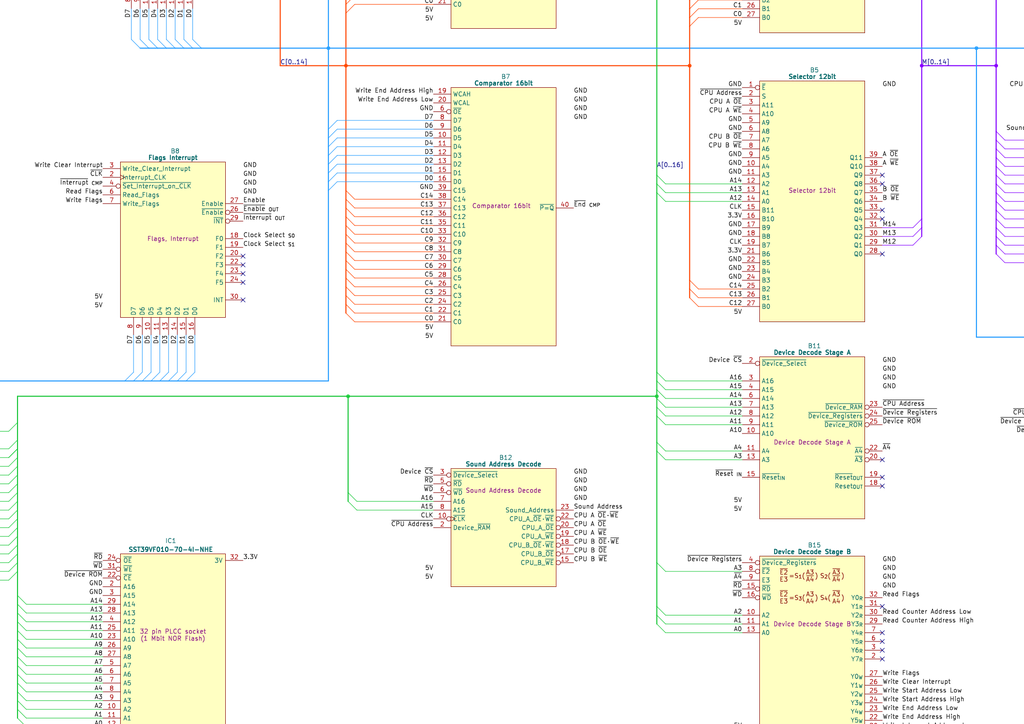
<source format=kicad_sch>
(kicad_sch (version 20230121) (generator eeschema)
  (paper "A4")
  (junction (at 288.925 19.05) (color 131 0 255 1))
  (junction (at -85.725 224.79))
  (junction (at 100.33 19.05) (color 255 68 0 1))
  (junction (at 200.025 19.05) (color 255 68 0 1))
  (junction (at 358.14 6.985) (color 202 131 50 1))
  (junction (at -119.38 224.79))
  (junction (at -97.155 283.21))
  (junction (at -126.365 283.21))
  (junction (at 283.21 13.97) (color 36 156 255 1))
  (junction (at 190.5 114.935) (color 24 199 56 1))
  (junction (at 95.25 13.97) (color 36 156 255 1))
  (junction (at 100.965 114.935) (color 24 199 56 1))
  (junction (at 267.335 19.05) (color 131 0 255 1))
  (no_connect (at 69.85 -7.62))
  (no_connect (at -86.995 168.91))
  (no_connect (at 70.485 86.995))
  (no_connect (at 255.905 53.34))
  (no_connect (at 255.905 175.895))
  (no_connect (at 255.905 50.8))
  (no_connect (at 70.485 81.915))
  (no_connect (at 255.905 133.35))
  (no_connect (at 69.85 -5.08))
  (no_connect (at -19.685 122.555))
  (no_connect (at 255.905 191.135))
  (no_connect (at 255.905 138.43))
  (no_connect (at 69.85 -48.26))
  (no_connect (at 255.905 183.515))
  (no_connect (at 255.905 140.97))
  (no_connect (at 255.905 60.96))
  (no_connect (at 70.485 79.375))
  (no_connect (at -100.965 288.29))
  (no_connect (at 255.905 73.66))
  (no_connect (at 255.905 186.055))
  (no_connect (at 255.905 188.595))
  (no_connect (at 255.905 63.5))
  (no_connect (at 70.485 74.295))
  (no_connect (at 70.485 76.835))
  (bus_entry (at 100.33 85.725) (size 2.54 2.54) (stroke (width 0) (color 255 68 0 1)))
  (bus_entry (at 100.33 -6.35) (size 2.54 -2.54) (stroke (width 0) (color 255 68 0 1)))
  (bus_entry (at 264.795 -17.78) (size 2.54 2.54) (stroke (width 0) (color 131 0 255 1)))
  (bus_entry (at 190.5 113.03) (size 2.54 2.54) (stroke (width 0) (color 24 199 56 1)))
  (bus_entry (at 100.33 -31.75) (size 2.54 -2.54) (stroke (width 0) (color 255 68 0 1)))
  (bus_entry (at 200.025 83.82) (size 2.54 2.54) (stroke (width 0) (color 255 68 0 1)))
  (bus_entry (at 100.33 62.865) (size 2.54 2.54) (stroke (width 0) (color 255 68 0 1)))
  (bus_entry (at 97.79 -49.53) (size -2.54 2.54) (stroke (width 0) (color 36 156 255 1)))
  (bus_entry (at 291.465 -20.32) (size -2.54 2.54) (stroke (width 0) (color 131 0 255 1)))
  (bus_entry (at 100.33 67.945) (size 2.54 2.54) (stroke (width 0) (color 255 68 0 1)))
  (bus_entry (at 190.5 53.34) (size 2.54 2.54) (stroke (width 0) (color 24 199 56 1)))
  (bus_entry (at 100.33 -8.89) (size 2.54 -2.54) (stroke (width 0) (color 255 68 0 1)))
  (bus_entry (at 330.835 11.43) (size -2.54 2.54) (stroke (width 0) (color 36 156 255 1)))
  (bus_entry (at 264.795 66.04) (size 2.54 -2.54) (stroke (width 0) (color 131 0 255 1)))
  (bus_entry (at 190.5 -33.02) (size 2.54 -2.54) (stroke (width 0) (color 24 199 56 1)))
  (bus_entry (at 5.08 177.8) (size 2.54 2.54) (stroke (width 0) (color 24 199 56 1)))
  (bus_entry (at 81.28 -35.56) (size -2.54 -2.54) (stroke (width 0) (color 255 68 0 1)))
  (bus_entry (at 100.33 -11.43) (size 2.54 -2.54) (stroke (width 0) (color 255 68 0 1)))
  (bus_entry (at 5.08 135.255) (size -2.54 2.54) (stroke (width 0) (color 24 199 56 1)))
  (bus_entry (at 100.33 -29.21) (size 2.54 -2.54) (stroke (width 0) (color 255 68 0 1)))
  (bus_entry (at 264.795 -33.02) (size 2.54 2.54) (stroke (width 0) (color 131 0 255 1)))
  (bus_entry (at 97.79 42.545) (size -2.54 2.54) (stroke (width 0) (color 36 156 255 1)))
  (bus_entry (at 382.27 -25.4) (size 2.54 -2.54) (stroke (width 0) (color 202 131 50 1)))
  (bus_entry (at 325.755 95.25) (size -2.54 2.54) (stroke (width 0) (color 36 156 255 1)))
  (bus_entry (at 358.14 45.72) (size -2.54 2.54) (stroke (width 0) (color 202 131 50 1)))
  (bus_entry (at 200.025 86.36) (size 2.54 2.54) (stroke (width 0) (color 255 68 0 1)))
  (bus_entry (at 190.5 -40.64) (size 2.54 -2.54) (stroke (width 0) (color 24 199 56 1)))
  (bus_entry (at 97.79 52.705) (size -2.54 2.54) (stroke (width 0) (color 36 156 255 1)))
  (bus_entry (at 200.025 -5.08) (size 2.54 -2.54) (stroke (width 0) (color 255 68 0 1)))
  (bus_entry (at 291.465 -22.86) (size -2.54 2.54) (stroke (width 0) (color 131 0 255 1)))
  (bus_entry (at 325.755 11.43) (size -2.54 2.54) (stroke (width 0) (color 36 156 255 1)))
  (bus_entry (at 190.5 -45.72) (size 2.54 -2.54) (stroke (width 0) (color 24 199 56 1)))
  (bus_entry (at 81.28 -17.78) (size -2.54 -2.54) (stroke (width 0) (color 255 68 0 1)))
  (bus_entry (at 97.79 47.625) (size -2.54 2.54) (stroke (width 0) (color 36 156 255 1)))
  (bus_entry (at 358.14 -22.86) (size -2.54 -2.54) (stroke (width 0) (color 202 131 50 1)))
  (bus_entry (at 5.08 132.715) (size -2.54 2.54) (stroke (width 0) (color 24 199 56 1)))
  (bus_entry (at 59.055 229.87) (size -2.54 2.54) (stroke (width 0) (color 36 156 255 1)))
  (bus_entry (at 264.795 -12.7) (size 2.54 2.54) (stroke (width 0) (color 131 0 255 1)))
  (bus_entry (at 190.5 50.8) (size 2.54 2.54) (stroke (width 0) (color 24 199 56 1)))
  (bus_entry (at 200.025 -10.16) (size 2.54 -2.54) (stroke (width 0) (color 255 68 0 1)))
  (bus_entry (at 100.33 83.185) (size 2.54 2.54) (stroke (width 0) (color 255 68 0 1)))
  (bus_entry (at 190.5 163.195) (size 2.54 2.54) (stroke (width 0) (color 24 199 56 1)))
  (bus_entry (at 81.28 -38.1) (size -2.54 -2.54) (stroke (width 0) (color 255 68 0 1)))
  (bus_entry (at 291.465 60.96) (size -2.54 -2.54) (stroke (width 0) (color 131 0 255 1)))
  (bus_entry (at 291.465 -38.1) (size -2.54 2.54) (stroke (width 0) (color 131 0 255 1)))
  (bus_entry (at 5.08 182.88) (size 2.54 2.54) (stroke (width 0) (color 24 199 56 1)))
  (bus_entry (at 200.025 0) (size 2.54 -2.54) (stroke (width 0) (color 255 68 0 1)))
  (bus_entry (at 358.14 -27.94) (size -2.54 -2.54) (stroke (width 0) (color 202 131 50 1)))
  (bus_entry (at 100.33 60.325) (size 2.54 2.54) (stroke (width 0) (color 255 68 0 1)))
  (bus_entry (at 291.465 -27.94) (size -2.54 2.54) (stroke (width 0) (color 131 0 255 1)))
  (bus_entry (at 97.79 34.925) (size -2.54 2.54) (stroke (width 0) (color 36 156 255 1)))
  (bus_entry (at 264.795 -35.56) (size 2.54 2.54) (stroke (width 0) (color 131 0 255 1)))
  (bus_entry (at 190.5 -30.48) (size 2.54 -2.54) (stroke (width 0) (color 24 199 56 1)))
  (bus_entry (at 5.08 130.175) (size -2.54 2.54) (stroke (width 0) (color 24 199 56 1)))
  (bus_entry (at 200.025 5.08) (size 2.54 -2.54) (stroke (width 0) (color 255 68 0 1)))
  (bus_entry (at 328.295 11.43) (size -2.54 2.54) (stroke (width 0) (color 36 156 255 1)))
  (bus_entry (at 190.5 107.95) (size 2.54 2.54) (stroke (width 0) (color 24 199 56 1)))
  (bus_entry (at 5.08 198.12) (size 2.54 2.54) (stroke (width 0) (color 24 199 56 1)))
  (bus_entry (at 190.5 -38.1) (size 2.54 -2.54) (stroke (width 0) (color 24 199 56 1)))
  (bus_entry (at 48.895 229.87) (size -2.54 2.54) (stroke (width 0) (color 36 156 255 1)))
  (bus_entry (at 81.28 -27.94) (size -2.54 -2.54) (stroke (width 0) (color 255 68 0 1)))
  (bus_entry (at 200.025 -12.7) (size 2.54 -2.54) (stroke (width 0) (color 255 68 0 1)))
  (bus_entry (at 291.465 -43.18) (size -2.54 2.54) (stroke (width 0) (color 131 0 255 1)))
  (bus_entry (at 100.33 -3.81) (size 2.54 -2.54) (stroke (width 0) (color 255 68 0 1)))
  (bus_entry (at 100.33 -19.05) (size 2.54 -2.54) (stroke (width 0) (color 255 68 0 1)))
  (bus_entry (at 5.08 147.955) (size -2.54 2.54) (stroke (width 0) (color 24 199 56 1)))
  (bus_entry (at 97.79 -57.15) (size -2.54 2.54) (stroke (width 0) (color 36 156 255 1)))
  (bus_entry (at 323.215 95.25) (size -2.54 2.54) (stroke (width 0) (color 36 156 255 1)))
  (bus_entry (at 264.795 -10.16) (size 2.54 2.54) (stroke (width 0) (color 131 0 255 1)))
  (bus_entry (at 5.08 137.795) (size -2.54 2.54) (stroke (width 0) (color 24 199 56 1)))
  (bus_entry (at 358.14 48.26) (size -2.54 2.54) (stroke (width 0) (color 202 131 50 1)))
  (bus_entry (at 291.465 50.8) (size -2.54 -2.54) (stroke (width 0) (color 131 0 255 1)))
  (bus_entry (at 5.08 150.495) (size -2.54 2.54) (stroke (width 0) (color 24 199 56 1)))
  (bus_entry (at 190.5 130.81) (size 2.54 2.54) (stroke (width 0) (color 24 199 56 1)))
  (bus_entry (at 100.33 70.485) (size 2.54 2.54) (stroke (width 0) (color 255 68 0 1)))
  (bus_entry (at 5.08 203.2) (size 2.54 2.54) (stroke (width 0) (color 24 199 56 1)))
  (bus_entry (at 100.33 90.805) (size 2.54 2.54) (stroke (width 0) (color 255 68 0 1)))
  (bus_entry (at 335.915 11.43) (size -2.54 2.54) (stroke (width 0) (color 36 156 255 1)))
  (bus_entry (at 264.795 -30.48) (size 2.54 2.54) (stroke (width 0) (color 131 0 255 1)))
  (bus_entry (at 291.465 58.42) (size -2.54 -2.54) (stroke (width 0) (color 131 0 255 1)))
  (bus_entry (at 190.5 -27.94) (size 2.54 -2.54) (stroke (width 0) (color 24 199 56 1)))
  (bus_entry (at 382.27 -35.56) (size 2.54 -2.54) (stroke (width 0) (color 202 131 50 1)))
  (bus_entry (at 291.465 -15.24) (size -2.54 2.54) (stroke (width 0) (color 131 0 255 1)))
  (bus_entry (at 97.79 -39.37) (size -2.54 2.54) (stroke (width 0) (color 36 156 255 1)))
  (bus_entry (at 200.025 81.28) (size 2.54 2.54) (stroke (width 0) (color 255 68 0 1)))
  (bus_entry (at 100.33 -24.13) (size 2.54 -2.54) (stroke (width 0) (color 255 68 0 1)))
  (bus_entry (at 190.5 -25.4) (size 2.54 -2.54) (stroke (width 0) (color 24 199 56 1)))
  (bus_entry (at 5.08 142.875) (size -2.54 2.54) (stroke (width 0) (color 24 199 56 1)))
  (bus_entry (at 48.895 107.95) (size -2.54 2.54) (stroke (width 0) (color 36 156 255 1)))
  (bus_entry (at 264.795 -20.32) (size 2.54 2.54) (stroke (width 0) (color 131 0 255 1)))
  (bus_entry (at 358.14 53.34) (size -2.54 2.54) (stroke (width 0) (color 202 131 50 1)))
  (bus_entry (at 100.33 78.105) (size 2.54 2.54) (stroke (width 0) (color 255 68 0 1)))
  (bus_entry (at 358.14 55.88) (size -2.54 2.54) (stroke (width 0) (color 202 131 50 1)))
  (bus_entry (at 291.465 63.5) (size -2.54 -2.54) (stroke (width 0) (color 131 0 255 1)))
  (bus_entry (at 5.08 195.58) (size 2.54 2.54) (stroke (width 0) (color 24 199 56 1)))
  (bus_entry (at 291.465 -30.48) (size -2.54 2.54) (stroke (width 0) (color 131 0 255 1)))
  (bus_entry (at 200.025 7.62) (size 2.54 -2.54) (stroke (width 0) (color 255 68 0 1)))
  (bus_entry (at 358.14 -30.48) (size -2.54 -2.54) (stroke (width 0) (color 202 131 50 1)))
  (bus_entry (at 100.33 65.405) (size 2.54 2.54) (stroke (width 0) (color 255 68 0 1)))
  (bus_entry (at 358.14 -40.64) (size -2.54 -2.54) (stroke (width 0) (color 202 131 50 1)))
  (bus_entry (at 100.33 -13.97) (size 2.54 -2.54) (stroke (width 0) (color 255 68 0 1)))
  (bus_entry (at 40.64 11.43) (size 2.54 2.54) (stroke (width 0) (color 36 156 255 1)))
  (bus_entry (at 97.79 -54.61) (size -2.54 2.54) (stroke (width 0) (color 36 156 255 1)))
  (bus_entry (at 100.965 145.415) (size 2.54 2.54) (stroke (width 0) (color 24 199 56 1)))
  (bus_entry (at 81.28 -22.86) (size -2.54 -2.54) (stroke (width 0) (color 255 68 0 1)))
  (bus_entry (at 50.8 11.43) (size 2.54 2.54) (stroke (width 0) (color 36 156 255 1)))
  (bus_entry (at 81.28 -30.48) (size -2.54 -2.54) (stroke (width 0) (color 255 68 0 1)))
  (bus_entry (at 100.33 3.81) (size 2.54 -2.54) (stroke (width 0) (color 255 68 0 1)))
  (bus_entry (at 5.08 158.115) (size -2.54 2.54) (stroke (width 0) (color 24 199 56 1)))
  (bus_entry (at 5.08 160.655) (size -2.54 2.54) (stroke (width 0) (color 24 199 56 1)))
  (bus_entry (at 81.28 -33.02) (size -2.54 -2.54) (stroke (width 0) (color 255 68 0 1)))
  (bus_entry (at 358.14 40.64) (size -2.54 2.54) (stroke (width 0) (color 202 131 50 1)))
  (bus_entry (at 291.465 66.04) (size -2.54 -2.54) (stroke (width 0) (color 131 0 255 1)))
  (bus_entry (at -10.795 188.595) (size 2.54 -2.54) (stroke (width 0) (color 36 156 255 1)))
  (bus_entry (at 100.965 142.875) (size 2.54 2.54) (stroke (width 0) (color 24 199 56 1)))
  (bus_entry (at 333.375 11.43) (size -2.54 2.54) (stroke (width 0) (color 36 156 255 1)))
  (bus_entry (at 81.28 -25.4) (size -2.54 -2.54) (stroke (width 0) (color 255 68 0 1)))
  (bus_entry (at 100.33 55.245) (size 2.54 2.54) (stroke (width 0) (color 255 68 0 1)))
  (bus_entry (at 264.795 -25.4) (size 2.54 2.54) (stroke (width 0) (color 131 0 255 1)))
  (bus_entry (at 291.465 40.64) (size -2.54 -2.54) (stroke (width 0) (color 131 0 255 1)))
  (bus_entry (at 53.975 229.87) (size -2.54 2.54) (stroke (width 0) (color 36 156 255 1)))
  (bus_entry (at -10.795 178.435) (size 2.54 -2.54) (stroke (width 0) (color 36 156 255 1)))
  (bus_entry (at -10.795 175.895) (size 2.54 -2.54) (stroke (width 0) (color 36 156 255 1)))
  (bus_entry (at 190.5 180.975) (size 2.54 2.54) (stroke (width 0) (color 24 199 56 1)))
  (bus_entry (at 81.28 -12.7) (size -2.54 -2.54) (stroke (width 0) (color 255 68 0 1)))
  (bus_entry (at 100.33 -16.51) (size 2.54 -2.54) (stroke (width 0) (color 255 68 0 1)))
  (bus_entry (at 97.79 -44.45) (size -2.54 2.54) (stroke (width 0) (color 36 156 255 1)))
  (bus_entry (at 190.5 -22.86) (size 2.54 -2.54) (stroke (width 0) (color 24 199 56 1)))
  (bus_entry (at 97.79 -41.91) (size -2.54 2.54) (stroke (width 0) (color 36 156 255 1)))
  (bus_entry (at 5.08 145.415) (size -2.54 2.54) (stroke (width 0) (color 24 199 56 1)))
  (bus_entry (at 291.465 -10.16) (size -2.54 2.54) (stroke (width 0) (color 131 0 255 1)))
  (bus_entry (at 5.08 187.96) (size 2.54 2.54) (stroke (width 0) (color 24 199 56 1)))
  (bus_entry (at 38.1 11.43) (size 2.54 2.54) (stroke (width 0) (color 36 156 255 1)))
  (bus_entry (at 5.08 127.635) (size -2.54 2.54) (stroke (width 0) (color 24 199 56 1)))
  (bus_entry (at 291.465 48.26) (size -2.54 -2.54) (stroke (width 0) (color 131 0 255 1)))
  (bus_entry (at 291.465 71.12) (size -2.54 -2.54) (stroke (width 0) (color 131 0 255 1)))
  (bus_entry (at -10.795 180.975) (size 2.54 -2.54) (stroke (width 0) (color 36 156 255 1)))
  (bus_entry (at 291.465 53.34) (size -2.54 -2.54) (stroke (width 0) (color 131 0 255 1)))
  (bus_entry (at 382.27 -40.64) (size 2.54 -2.54) (stroke (width 0) (color 202 131 50 1)))
  (bus_entry (at 291.465 -40.64) (size -2.54 2.54) (stroke (width 0) (color 131 0 255 1)))
  (bus_entry (at 382.27 -38.1) (size 2.54 -2.54) (stroke (width 0) (color 202 131 50 1)))
  (bus_entry (at 190.5 118.11) (size 2.54 2.54) (stroke (width 0) (color 24 199 56 1)))
  (bus_entry (at 190.5 -48.26) (size 2.54 -2.54) (stroke (width 0) (color 24 199 56 1)))
  (bus_entry (at 200.025 -15.24) (size 2.54 -2.54) (stroke (width 0) (color 255 68 0 1)))
  (bus_entry (at 81.28 -20.32) (size -2.54 -2.54) (stroke (width 0) (color 255 68 0 1)))
  (bus_entry (at 291.465 73.66) (size -2.54 -2.54) (stroke (width 0) (color 131 0 255 1)))
  (bus_entry (at 323.215 11.43) (size -2.54 2.54) (stroke (width 0) (color 36 156 255 1)))
  (bus_entry (at 100.33 88.265) (size 2.54 2.54) (stroke (width 0) (color 255 68 0 1)))
  (bus_entry (at 291.465 76.2) (size -2.54 -2.54) (stroke (width 0) (color 131 0 255 1)))
  (bus_entry (at 38.735 107.95) (size -2.54 2.54) (stroke (width 0) (color 36 156 255 1)))
  (bus_entry (at 358.14 43.18) (size -2.54 2.54) (stroke (width 0) (color 202 131 50 1)))
  (bus_entry (at 56.515 229.87) (size -2.54 2.54) (stroke (width 0) (color 36 156 255 1)))
  (bus_entry (at 81.28 -7.62) (size -2.54 -2.54) (stroke (width 0) (color 255 68 0 1)))
  (bus_entry (at 100.33 -26.67) (size 2.54 -2.54) (stroke (width 0) (color 255 68 0 1)))
  (bus_entry (at 318.135 11.43) (size -2.54 2.54) (stroke (width 0) (color 36 156 255 1)))
  (bus_entry (at 291.465 -35.56) (size -2.54 2.54) (stroke (width 0) (color 131 0 255 1)))
  (bus_entry (at -10.795 173.355) (size 2.54 -2.54) (stroke (width 0) (color 36 156 255 1)))
  (bus_entry (at 5.08 205.74) (size 2.54 2.54) (stroke (width 0) (color 24 199 56 1)))
  (bus_entry (at 291.465 43.18) (size -2.54 -2.54) (stroke (width 0) (color 131 0 255 1)))
  (bus_entry (at 335.915 95.25) (size -2.54 2.54) (stroke (width 0) (color 36 156 255 1)))
  (bus_entry (at 5.08 193.04) (size 2.54 2.54) (stroke (width 0) (color 24 199 56 1)))
  (bus_entry (at 190.5 -43.18) (size 2.54 -2.54) (stroke (width 0) (color 24 199 56 1)))
  (bus_entry (at 5.08 165.735) (size -2.54 2.54) (stroke (width 0) (color 24 199 56 1)))
  (bus_entry (at 318.135 95.25) (size -2.54 2.54) (stroke (width 0) (color 36 156 255 1)))
  (bus_entry (at 190.5 115.57) (size 2.54 2.54) (stroke (width 0) (color 24 199 56 1)))
  (bus_entry (at 382.27 -27.94) (size 2.54 -2.54) (stroke (width 0) (color 202 131 50 1)))
  (bus_entry (at 358.14 -33.02) (size -2.54 -2.54) (stroke (width 0) (color 202 131 50 1)))
  (bus_entry (at 51.435 107.95) (size -2.54 2.54) (stroke (width 0) (color 36 156 255 1)))
  (bus_entry (at 5.08 190.5) (size 2.54 2.54) (stroke (width 0) (color 24 199 56 1)))
  (bus_entry (at 190.5 178.435) (size 2.54 2.54) (stroke (width 0) (color 24 199 56 1)))
  (bus_entry (at 330.835 95.25) (size -2.54 2.54) (stroke (width 0) (color 36 156 255 1)))
  (bus_entry (at 48.26 11.43) (size 2.54 2.54) (stroke (width 0) (color 36 156 255 1)))
  (bus_entry (at 56.515 107.95) (size -2.54 2.54) (stroke (width 0) (color 36 156 255 1)))
  (bus_entry (at 97.79 37.465) (size -2.54 2.54) (stroke (width 0) (color 36 156 255 1)))
  (bus_entry (at 45.72 11.43) (size 2.54 2.54) (stroke (width 0) (color 36 156 255 1)))
  (bus_entry (at -10.795 186.055) (size 2.54 -2.54) (stroke (width 0) (color 36 156 255 1)))
  (bus_entry (at 328.295 95.25) (size -2.54 2.54) (stroke (width 0) (color 36 156 255 1)))
  (bus_entry (at 291.465 -33.02) (size -2.54 2.54) (stroke (width 0) (color 131 0 255 1)))
  (bus_entry (at 5.08 208.28) (size 2.54 2.54) (stroke (width 0) (color 24 199 56 1)))
  (bus_entry (at 382.27 -33.02) (size 2.54 -2.54) (stroke (width 0) (color 202 131 50 1)))
  (bus_entry (at 5.08 153.035) (size -2.54 2.54) (stroke (width 0) (color 24 199 56 1)))
  (bus_entry (at 5.08 122.555) (size -2.54 2.54) (stroke (width 0) (color 24 199 56 1)))
  (bus_entry (at 382.27 -22.86) (size 2.54 -2.54) (stroke (width 0) (color 202 131 50 1)))
  (bus_entry (at 291.465 -25.4) (size -2.54 2.54) (stroke (width 0) (color 131 0 255 1)))
  (bus_entry (at 81.28 -10.16) (size -2.54 -2.54) (stroke (width 0) (color 255 68 0 1)))
  (bus_entry (at 41.275 229.87) (size -2.54 2.54) (stroke (width 0) (color 36 156 255 1)))
  (bus_entry (at 320.675 11.43) (size -2.54 2.54) (stroke (width 0) (color 36 156 255 1)))
  (bus_entry (at 190.5 110.49) (size 2.54 2.54) (stroke (width 0) (color 24 199 56 1)))
  (bus_entry (at 5.08 185.42) (size 2.54 2.54) (stroke (width 0) (color 24 199 56 1)))
  (bus_entry (at 291.465 -7.62) (size -2.54 2.54) (stroke (width 0) (color 131 0 255 1)))
  (bus_entry (at 5.08 180.34) (size 2.54 2.54) (stroke (width 0) (color 24 199 56 1)))
  (bus_entry (at 264.795 -27.94) (size 2.54 2.54) (stroke (width 0) (color 131 0 255 1)))
  (bus_entry (at 100.33 75.565) (size 2.54 2.54) (stroke (width 0) (color 255 68 0 1)))
  (bus_entry (at 81.28 -15.24) (size -2.54 -2.54) (stroke (width 0) (color 255 68 0 1)))
  (bus_entry (at 81.28 -40.64) (size -2.54 -2.54) (stroke (width 0) (color 255 68 0 1)))
  (bus_entry (at 200.025 -17.78) (size 2.54 -2.54) (stroke (width 0) (color 255 68 0 1)))
  (bus_entry (at 190.5 120.65) (size 2.54 2.54) (stroke (width 0) (color 24 199 56 1)))
  (bus_entry (at 190.5 128.27) (size 2.54 2.54) (stroke (width 0) (color 24 199 56 1)))
  (bus_entry (at 291.465 -12.7) (size -2.54 2.54) (stroke (width 0) (color 131 0 255 1)))
  (bus_entry (at 333.375 95.25) (size -2.54 2.54) (stroke (width 0) (color 36 156 255 1)))
  (bus_entry (at 264.795 68.58) (size 2.54 -2.54) (stroke (width 0) (color 131 0 255 1)))
  (bus_entry (at 291.465 -17.78) (size -2.54 2.54) (stroke (width 0) (color 131 0 255 1)))
  (bus_entry (at 97.79 -52.07) (size -2.54 2.54) (stroke (width 0) (color 36 156 255 1)))
  (bus_entry (at 43.18 11.43) (size 2.54 2.54) (stroke (width 0) (color 36 156 255 1)))
  (bus_entry (at 5.08 200.66) (size 2.54 2.54) (stroke (width 0) (color 24 199 56 1)))
  (bus_entry (at 190.5 175.895) (size 2.54 2.54) (stroke (width 0) (color 24 199 56 1)))
  (bus_entry (at 358.14 -25.4) (size -2.54 -2.54) (stroke (width 0) (color 202 131 50 1)))
  (bus_entry (at -10.795 183.515) (size 2.54 -2.54) (stroke (width 0) (color 36 156 255 1)))
  (bus_entry (at 382.27 -30.48) (size 2.54 -2.54) (stroke (width 0) (color 202 131 50 1)))
  (bus_entry (at 264.795 -38.1) (size 2.54 2.54) (stroke (width 0) (color 131 0 255 1)))
  (bus_entry (at 43.815 107.95) (size -2.54 2.54) (stroke (width 0) (color 36 156 255 1)))
  (bus_entry (at 190.5 55.88) (size 2.54 2.54) (stroke (width 0) (color 24 199 56 1)))
  (bus_entry (at 200.025 2.54) (size 2.54 -2.54) (stroke (width 0) (color 255 68 0 1)))
  (bus_entry (at 5.08 163.195) (size -2.54 2.54) (stroke (width 0) (color 24 199 56 1)))
  (bus_entry (at 291.465 68.58) (size -2.54 -2.54) (stroke (width 0) (color 131 0 255 1)))
  (bus_entry (at 41.275 107.95) (size -2.54 2.54) (stroke (width 0) (color 36 156 255 1)))
  (bus_entry (at 53.34 11.43) (size 2.54 2.54) (stroke (width 0) (color 36 156 255 1)))
  (bus_entry (at 291.465 45.72) (size -2.54 -2.54) (stroke (width 0) (color 131 0 255 1)))
  (bus_entry (at 100.33 57.785) (size 2.54 2.54) (stroke (width 0) (color 255 68 0 1)))
  (bus_entry (at 5.08 140.335) (size -2.54 2.54) (stroke (width 0) (color 24 199 56 1)))
  (bus_entry (at 358.14 -38.1) (size -2.54 -2.54) (stroke (width 0) (color 202 131 50 1)))
  (bus_entry (at 100.33 -21.59) (size 2.54 -2.54) (stroke (width 0) (color 255 68 0 1)))
  (bus_entry (at 51.435 229.87) (size -2.54 2.54) (stroke (width 0) (color 36 156 255 1)))
  (bus_entry (at 190.5 -35.56) (size 2.54 -2.54) (stroke (width 0) (color 24 199 56 1)))
  (bus_entry (at 264.795 71.12) (size 2.54 -2.54) (stroke (width 0) (color 131 0 255 1)))
  (bus_entry (at 97.79 -46.99) (size -2.54 2.54) (stroke (width 0) (color 36 156 255 1)))
  (bus_entry (at 358.14 38.1) (size -2.54 2.54) (stroke (width 0) (color 202 131 50 1)))
  (bus_entry (at 97.79 50.165) (size -2.54 2.54) (stroke (width 0) (color 36 156 255 1)))
  (bus_entry (at 46.355 107.95) (size -2.54 2.54) (stroke (width 0) (color 36 156 255 1)))
  (bus_entry (at -10.795 191.135) (size 2.54 -2.54) (stroke (width 0) (color 36 156 255 1)))
  (bus_entry (at 100.33 73.025) (size 2.54 2.54) (stroke (width 0) (color 255 68 0 1)))
  (bus_entry (at 5.08 155.575) (size -2.54 2.54) (stroke (width 0) (color 24 199 56 1)))
  (bus_entry (at 53.975 107.95) (size -2.54 2.54) (stroke (width 0) (color 36 156 255 1)))
  (bus_entry (at 43.815 229.87) (size -2.54 2.54) (stroke (width 0) (color 36 156 255 1)))
  (bus_entry (at 291.465 55.88) (size -2.54 -2.54) (stroke (width 0) (color 131 0 255 1)))
  (bus_entry (at 100.33 80.645) (size 2.54 2.54) (stroke (width 0) (color 255 68 0 1)))
  (bus_entry (at 97.79 45.085) (size -2.54 2.54) (stroke (width 0) (color 36 156 255 1)))
  (bus_entry (at 200.025 -7.62) (size 2.54 -2.54) (stroke (width 0) (color 255 68 0 1)))
  (bus_entry (at 46.355 229.87) (size -2.54 2.54) (stroke (width 0) (color 36 156 255 1)))
  (bus_entry (at 264.795 -22.86) (size 2.54 2.54) (stroke (width 0) (color 131 0 255 1)))
  (bus_entry (at 5.08 130.175) (size -2.54 2.54) (stroke (width 0) (color 24 199 56 1)))
  (bus_entry (at 81.28 -43.18) (size -2.54 -2.54) (stroke (width 0) (color 255 68 0 1)))
  (bus_entry (at 5.08 175.26) (size 2.54 2.54) (stroke (width 0) (color 24 199 56 1)))
  (bus_entry (at 190.5 -50.8) (size 2.54 -2.54) (stroke (width 0) (color 24 199 56 1)))
  (bus_entry (at 55.88 11.43) (size 2.54 2.54) (stroke (width 0) (color 36 156 255 1)))
  (bus_entry (at 200.025 -20.32) (size 2.54 -2.54) (stroke (width 0) (color 255 68 0 1)))
  (bus_entry (at 5.08 172.72) (size 2.54 2.54) (stroke (width 0) (color 24 199 56 1)))
  (bus_entry (at 97.79 40.005) (size -2.54 2.54) (stroke (width 0) (color 36 156 255 1)))
  (bus_entry (at 100.33 -1.27) (size 2.54 -2.54) (stroke (width 0) (color 255 68 0 1)))
  (bus_entry (at 100.33 1.27) (size 2.54 -2.54) (stroke (width 0) (color 255 68 0 1)))
  (bus_entry (at 200.025 -2.54) (size 2.54 -2.54) (stroke (width 0) (color 255 68 0 1)))
  (bus_entry (at 320.675 95.25) (size -2.54 2.54) (stroke (width 0) (color 36 156 255 1)))
  (bus_entry (at 358.14 50.8) (size -2.54 2.54) (stroke (width 0) (color 202 131 50 1)))
  (bus_entry (at 264.795 -15.24) (size 2.54 2.54) (stroke (width 0) (color 131 0 255 1)))
  (bus_entry (at 358.14 -35.56) (size -2.54 -2.54) (stroke (width 0) (color 202 131 50 1)))
  (wire (pts (xy 306.07 43.18) (xy 291.465 43.18)) (stroke (width 0) (color 131 0 255 1)))
  (bus (pts (xy 288.925 45.72) (xy 288.925 48.26)) (stroke (width 0) (color 131 0 255 1)))
  (bus (pts (xy 358.14 -25.4) (xy 358.14 -22.86)) (stroke (width 0) (color 202 131 50 1)))
  (bus (pts (xy 200.025 -20.32) (xy 200.025 -17.78)) (stroke (width 0) (color 255 68 0 1)))
  (bus (pts (xy 40.64 13.97) (xy 43.18 13.97)) (stroke (width 0) (color 36 156 255 1)))
  (bus (pts (xy 81.28 -43.18) (xy 81.28 -40.64)) (stroke (width 0) (color 255 68 0 1)))
  (bus (pts (xy 100.33 -19.05) (xy 100.33 -16.51)) (stroke (width 0) (color 255 68 0 1)))
  (bus (pts (xy 358.14 -22.86) (xy 358.14 6.985)) (stroke (width 0) (color 202 131 50 1)))
  (bus (pts (xy -8.255 110.49) (xy 36.195 110.49)) (stroke (width 0) (color 36 156 255 1)))
  (bus (pts (xy 100.33 -16.51) (xy 100.33 -13.97)) (stroke (width 0) (color 255 68 0 1)))
  (wire (pts (xy 306.07 76.2) (xy 291.465 76.2)) (stroke (width 0) (color 131 0 255 1)))
  (wire (pts (xy 7.62 208.28) (xy 29.845 208.28)) (stroke (width 0) (color 24 199 56 1)))
  (bus (pts (xy 190.5 55.88) (xy 190.5 107.95)) (stroke (width 0) (color 24 199 56 1)))
  (bus (pts (xy 100.33 -11.43) (xy 100.33 -8.89)) (stroke (width 0) (color 255 68 0 1)))
  (bus (pts (xy 190.5 -38.1) (xy 190.5 -35.56)) (stroke (width 0) (color 24 199 56 1)))
  (wire (pts (xy 97.79 40.005) (xy 125.73 40.005)) (stroke (width 0) (color 36 156 255 1)))
  (bus (pts (xy 100.33 78.105) (xy 100.33 75.565)) (stroke (width 0) (color 255 68 0 1)))
  (bus (pts (xy 288.925 -27.94) (xy 288.925 -25.4)) (stroke (width 0) (color 131 0 255 1)))
  (bus (pts (xy 5.08 127.635) (xy 5.08 130.175)) (stroke (width 0) (color 24 199 56 1)))
  (wire (pts (xy -100.965 283.21) (xy -97.155 283.21)))
  (bus (pts (xy 358.14 6.985) (xy 382.27 6.985)) (stroke (width 0) (color 202 131 50 1)))
  (bus (pts (xy 95.25 13.97) (xy 283.21 13.97)) (stroke (width 0) (color 36 156 255 1)))
  (wire (pts (xy 97.79 34.925) (xy 125.73 34.925)) (stroke (width 0) (color 36 156 255 1)))
  (wire (pts (xy 97.79 -46.99) (xy 125.73 -46.99)) (stroke (width 0) (color 36 156 255 1)))
  (wire (pts (xy 48.895 107.95) (xy 48.895 97.155)) (stroke (width 0) (color 36 156 255 1)))
  (wire (pts (xy 193.04 120.65) (xy 215.265 120.65)) (stroke (width 0) (color 24 199 56 1)))
  (bus (pts (xy 382.27 -38.1) (xy 382.27 -35.56)) (stroke (width 0) (color 202 131 50 1)))
  (wire (pts (xy 43.815 229.87) (xy 43.815 220.98)) (stroke (width 0) (color 36 156 255 1)))
  (wire (pts (xy 193.04 -38.1) (xy 215.265 -38.1)) (stroke (width 0) (color 24 199 56 1)))
  (wire (pts (xy 306.07 -22.86) (xy 291.465 -22.86)) (stroke (width 0) (color 131 0 255 1)))
  (wire (pts (xy 306.07 -15.24) (xy 291.465 -15.24)) (stroke (width 0) (color 131 0 255 1)))
  (wire (pts (xy 355.6 -35.56) (xy 346.71 -35.56)) (stroke (width 0) (color 202 131 50 1)))
  (bus (pts (xy 288.925 -30.48) (xy 288.925 -27.94)) (stroke (width 0) (color 131 0 255 1)))
  (wire (pts (xy 202.565 86.36) (xy 215.265 86.36)) (stroke (width 0) (color 255 68 0 1)))
  (bus (pts (xy 81.28 -27.94) (xy 81.28 -25.4)) (stroke (width 0) (color 255 68 0 1)))
  (bus (pts (xy 46.355 232.41) (xy 43.815 232.41)) (stroke (width 0) (color 36 156 255 1)))
  (wire (pts (xy 306.07 -38.1) (xy 291.465 -38.1)) (stroke (width 0) (color 131 0 255 1)))
  (wire (pts (xy 102.87 75.565) (xy 125.73 75.565)) (stroke (width 0) (color 255 68 0 1)))
  (wire (pts (xy 325.755 95.25) (xy 325.755 86.36)) (stroke (width 0) (color 36 156 255 1)))
  (wire (pts (xy 102.87 73.025) (xy 125.73 73.025)) (stroke (width 0) (color 255 68 0 1)))
  (wire (pts (xy 97.79 -39.37) (xy 125.73 -39.37)) (stroke (width 0) (color 36 156 255 1)))
  (wire (pts (xy -141.605 283.21) (xy -141.605 288.29)))
  (wire (pts (xy 97.79 -49.53) (xy 125.73 -49.53)) (stroke (width 0) (color 36 156 255 1)))
  (wire (pts (xy 51.435 229.87) (xy 51.435 220.98)) (stroke (width 0) (color 36 156 255 1)))
  (bus (pts (xy 81.28 -12.7) (xy 81.28 -10.16)) (stroke (width 0) (color 255 68 0 1)))
  (bus (pts (xy 358.14 -38.1) (xy 358.14 -35.56)) (stroke (width 0) (color 202 131 50 1)))
  (bus (pts (xy 50.8 13.97) (xy 53.34 13.97)) (stroke (width 0) (color 36 156 255 1)))
  (wire (pts (xy 264.795 -33.02) (xy 255.905 -33.02)) (stroke (width 0) (color 131 0 255 1)))
  (bus (pts (xy 81.28 -25.4) (xy 81.28 -22.86)) (stroke (width 0) (color 255 68 0 1)))
  (wire (pts (xy 97.79 -44.45) (xy 125.73 -44.45)) (stroke (width 0) (color 36 156 255 1)))
  (wire (pts (xy 306.07 -25.4) (xy 291.465 -25.4)) (stroke (width 0) (color 131 0 255 1)))
  (wire (pts (xy 202.565 83.82) (xy 215.265 83.82)) (stroke (width 0) (color 255 68 0 1)))
  (bus (pts (xy 100.33 73.025) (xy 100.33 70.485)) (stroke (width 0) (color 255 68 0 1)))
  (bus (pts (xy 330.835 13.97) (xy 328.295 13.97)) (stroke (width 0) (color 36 156 255 1)))
  (bus (pts (xy 38.735 110.49) (xy 41.275 110.49)) (stroke (width 0) (color 36 156 255 1)))
  (wire (pts (xy 56.515 107.95) (xy 56.515 97.155)) (stroke (width 0) (color 36 156 255 1)))
  (bus (pts (xy -8.255 188.595) (xy -8.255 232.41)) (stroke (width 0) (color 36 156 255 1)))
  (bus (pts (xy 358.14 -30.48) (xy 358.14 -27.94)) (stroke (width 0) (color 202 131 50 1)))
  (bus (pts (xy 95.25 45.085) (xy 95.25 47.625)) (stroke (width 0) (color 36 156 255 1)))
  (bus (pts (xy 5.08 142.875) (xy 5.08 140.335)) (stroke (width 0) (color 24 199 56 1)))
  (wire (pts (xy -80.01 224.79) (xy -85.725 224.79)))
  (bus (pts (xy 100.33 88.265) (xy 100.33 85.725)) (stroke (width 0) (color 255 68 0 1)))
  (bus (pts (xy 95.25 13.97) (xy 95.25 37.465)) (stroke (width 0) (color 36 156 255 1)))
  (wire (pts (xy 97.79 -54.61) (xy 125.73 -54.61)) (stroke (width 0) (color 36 156 255 1)))
  (bus (pts (xy 200.025 -17.78) (xy 200.025 -15.24)) (stroke (width 0) (color 255 68 0 1)))
  (wire (pts (xy 193.04 -33.02) (xy 215.265 -33.02)) (stroke (width 0) (color 24 199 56 1)))
  (wire (pts (xy 2.54 155.575) (xy -19.685 155.575)) (stroke (width 0) (color 24 199 56 1)))
  (bus (pts (xy 200.025 0) (xy 200.025 2.54)) (stroke (width 0) (color 255 68 0 1)))
  (wire (pts (xy 48.895 229.87) (xy 48.895 220.98)) (stroke (width 0) (color 36 156 255 1)))
  (wire (pts (xy -86.995 168.91) (xy -88.9 168.91)))
  (wire (pts (xy 7.62 187.96) (xy 29.845 187.96)) (stroke (width 0) (color 24 199 56 1)))
  (wire (pts (xy 193.04 130.81) (xy 215.265 130.81)) (stroke (width 0) (color 24 199 56 1)))
  (bus (pts (xy 5.08 203.2) (xy 5.08 205.74)) (stroke (width 0) (color 24 199 56 1)))
  (bus (pts (xy 100.33 62.865) (xy 100.33 60.325)) (stroke (width 0) (color 255 68 0 1)))
  (wire (pts (xy 41.275 107.95) (xy 41.275 97.155)) (stroke (width 0) (color 36 156 255 1)))
  (bus (pts (xy 95.25 40.005) (xy 95.25 42.545)) (stroke (width 0) (color 36 156 255 1)))
  (wire (pts (xy 320.675 95.25) (xy 320.675 86.36)) (stroke (width 0) (color 36 156 255 1)))
  (bus (pts (xy 288.925 43.18) (xy 288.925 45.72)) (stroke (width 0) (color 131 0 255 1)))
  (wire (pts (xy 328.295 11.43) (xy 328.295 2.54)) (stroke (width 0) (color 36 156 255 1)))
  (wire (pts (xy 38.735 107.95) (xy 38.735 97.155)) (stroke (width 0) (color 36 156 255 1)))
  (wire (pts (xy 264.795 66.04) (xy 255.905 66.04)) (stroke (width 0) (color 131 0 255 1)))
  (bus (pts (xy 5.08 190.5) (xy 5.08 193.04)) (stroke (width 0) (color 24 199 56 1)))
  (bus (pts (xy 43.815 110.49) (xy 41.275 110.49)) (stroke (width 0) (color 36 156 255 1)))
  (bus (pts (xy 100.33 80.645) (xy 100.33 78.105)) (stroke (width 0) (color 255 68 0 1)))
  (bus (pts (xy 200.025 19.05) (xy 100.33 19.05)) (stroke (width 0) (color 255 68 0 1)))
  (wire (pts (xy 323.215 95.25) (xy 323.215 86.36)) (stroke (width 0) (color 36 156 255 1)))
  (wire (pts (xy 306.07 -33.02) (xy 291.465 -33.02)) (stroke (width 0) (color 131 0 255 1)))
  (wire (pts (xy 355.6 58.42) (xy 346.71 58.42)) (stroke (width 0) (color 202 131 50 1)))
  (wire (pts (xy 2.54 158.115) (xy -19.685 158.115)) (stroke (width 0) (color 24 199 56 1)))
  (bus (pts (xy 190.5 118.11) (xy 190.5 120.65)) (stroke (width 0) (color 24 199 56 1)))
  (wire (pts (xy 97.79 -57.15) (xy 125.73 -57.15)) (stroke (width 0) (color 36 156 255 1)))
  (bus (pts (xy 288.925 -7.62) (xy 288.925 -5.08)) (stroke (width 0) (color 131 0 255 1)))
  (bus (pts (xy 288.925 19.05) (xy 288.925 38.1)) (stroke (width 0) (color 131 0 255 1)))
  (bus (pts (xy 43.815 232.41) (xy 41.275 232.41)) (stroke (width 0) (color 36 156 255 1)))
  (bus (pts (xy 382.27 -22.86) (xy 382.27 6.985)) (stroke (width 0) (color 202 131 50 1)))
  (bus (pts (xy 288.925 -12.7) (xy 288.925 -10.16)) (stroke (width 0) (color 131 0 255 1)))
  (bus (pts (xy 267.335 -7.62) (xy 267.335 19.05)) (stroke (width 0) (color 131 0 255 1)))
  (bus (pts (xy 100.33 83.185) (xy 100.33 80.645)) (stroke (width 0) (color 255 68 0 1)))
  (bus (pts (xy 53.975 110.49) (xy 95.25 110.49)) (stroke (width 0) (color 36 156 255 1)))
  (bus (pts (xy 100.33 19.05) (xy 100.33 55.245)) (stroke (width 0) (color 255 68 0 1)))
  (bus (pts (xy 5.08 187.96) (xy 5.08 190.5)) (stroke (width 0) (color 24 199 56 1)))
  (wire (pts (xy 2.54 140.335) (xy -19.685 140.335)) (stroke (width 0) (color 24 199 56 1)))
  (wire (pts (xy 97.79 47.625) (xy 125.73 47.625)) (stroke (width 0) (color 36 156 255 1)))
  (wire (pts (xy 306.07 50.8) (xy 291.465 50.8)) (stroke (width 0) (color 131 0 255 1)))
  (wire (pts (xy -119.38 236.855) (xy -119.38 232.41)))
  (wire (pts (xy 306.07 48.26) (xy 291.465 48.26)) (stroke (width 0) (color 131 0 255 1)))
  (wire (pts (xy 78.74 -38.1) (xy 69.85 -38.1)) (stroke (width 0) (color 255 68 0 1)))
  (bus (pts (xy 5.08 200.66) (xy 5.08 203.2)) (stroke (width 0) (color 24 199 56 1)))
  (wire (pts (xy 264.795 -20.32) (xy 255.905 -20.32)) (stroke (width 0) (color 131 0 255 1)))
  (bus (pts (xy 190.5 114.935) (xy 190.5 113.03)) (stroke (width 0) (color 24 199 56 1)))
  (wire (pts (xy 7.62 177.8) (xy 29.845 177.8)) (stroke (width 0) (color 24 199 56 1)))
  (bus (pts (xy 5.08 185.42) (xy 5.08 182.88)) (stroke (width 0) (color 24 199 56 1)))
  (wire (pts (xy 102.87 -19.05) (xy 125.73 -19.05)) (stroke (width 0) (color 255 68 0 1)))
  (bus (pts (xy -8.255 175.895) (xy -8.255 173.355)) (stroke (width 0) (color 36 156 255 1)))
  (bus (pts (xy 81.28 19.05) (xy 81.28 -7.62)) (stroke (width 0) (color 255 68 0 1)))
  (wire (pts (xy 78.74 -15.24) (xy 69.85 -15.24)) (stroke (width 0) (color 255 68 0 1)))
  (bus (pts (xy 100.33 -13.97) (xy 100.33 -11.43)) (stroke (width 0) (color 255 68 0 1)))
  (wire (pts (xy 193.04 -45.72) (xy 215.265 -45.72)) (stroke (width 0) (color 24 199 56 1)))
  (bus (pts (xy 81.28 -35.56) (xy 81.28 -33.02)) (stroke (width 0) (color 255 68 0 1)))
  (wire (pts (xy 264.795 68.58) (xy 255.905 68.58)) (stroke (width 0) (color 131 0 255 1)))
  (bus (pts (xy 190.5 115.57) (xy 190.5 114.935)) (stroke (width 0) (color 24 199 56 1)))
  (bus (pts (xy 43.18 13.97) (xy 45.72 13.97)) (stroke (width 0) (color 36 156 255 1)))
  (bus (pts (xy 190.5 -30.48) (xy 190.5 -27.94)) (stroke (width 0) (color 24 199 56 1)))
  (bus (pts (xy 81.28 -38.1) (xy 81.28 -35.56)) (stroke (width 0) (color 255 68 0 1)))
  (bus (pts (xy 358.14 -33.02) (xy 358.14 -30.48)) (stroke (width 0) (color 202 131 50 1)))
  (wire (pts (xy 355.6 -43.18) (xy 346.71 -43.18)) (stroke (width 0) (color 202 131 50 1)))
  (bus (pts (xy 320.675 13.97) (xy 318.135 13.97)) (stroke (width 0) (color 36 156 255 1)))
  (wire (pts (xy 102.87 -11.43) (xy 125.73 -11.43)) (stroke (width 0) (color 255 68 0 1)))
  (bus (pts (xy 267.335 -25.4) (xy 267.335 -22.86)) (stroke (width 0) (color 131 0 255 1)))
  (wire (pts (xy -119.38 224.79) (xy -115.57 224.79)))
  (bus (pts (xy 5.08 150.495) (xy 5.08 153.035)) (stroke (width 0) (color 24 199 56 1)))
  (wire (pts (xy 193.04 -53.34) (xy 215.265 -53.34)) (stroke (width 0) (color 24 199 56 1)))
  (wire (pts (xy 78.74 -43.18) (xy 69.85 -43.18)) (stroke (width 0) (color 255 68 0 1)))
  (wire (pts (xy 306.07 -40.64) (xy 291.465 -40.64)) (stroke (width 0) (color 131 0 255 1)))
  (bus (pts (xy 288.925 68.58) (xy 288.925 71.12)) (stroke (width 0) (color 131 0 255 1)))
  (bus (pts (xy 5.08 172.72) (xy 5.08 175.26)) (stroke (width 0) (color 24 199 56 1)))
  (wire (pts (xy 102.87 -16.51) (xy 125.73 -16.51)) (stroke (width 0) (color 255 68 0 1)))
  (wire (pts (xy 193.04 55.88) (xy 215.265 55.88)) (stroke (width 0) (color 24 199 56 1)))
  (bus (pts (xy 48.895 232.41) (xy 46.355 232.41)) (stroke (width 0) (color 36 156 255 1)))
  (bus (pts (xy 100.33 90.805) (xy 100.33 88.265)) (stroke (width 0) (color 255 68 0 1)))
  (bus (pts (xy 325.755 13.97) (xy 323.215 13.97)) (stroke (width 0) (color 36 156 255 1)))
  (wire (pts (xy 325.755 11.43) (xy 325.755 2.54)) (stroke (width 0) (color 36 156 255 1)))
  (wire (pts (xy 384.81 -35.56) (xy 393.7 -35.56)) (stroke (width 0) (color 202 131 50 1)))
  (bus (pts (xy 5.08 160.655) (xy 5.08 163.195)) (stroke (width 0) (color 24 199 56 1)))
  (wire (pts (xy 102.87 -13.97) (xy 125.73 -13.97)) (stroke (width 0) (color 255 68 0 1)))
  (bus (pts (xy 200.025 7.62) (xy 200.025 19.05)) (stroke (width 0) (color 255 68 0 1)))
  (bus (pts (xy 55.88 13.97) (xy 58.42 13.97)) (stroke (width 0) (color 36 156 255 1)))
  (bus (pts (xy 288.925 71.12) (xy 288.925 73.66)) (stroke (width 0) (color 131 0 255 1)))
  (wire (pts (xy 102.87 -8.89) (xy 125.73 -8.89)) (stroke (width 0) (color 255 68 0 1)))
  (wire (pts (xy 102.87 93.345) (xy 125.73 93.345)) (stroke (width 0) (color 255 68 0 1)))
  (bus (pts (xy 200.025 19.05) (xy 200.025 81.28)) (stroke (width 0) (color 255 68 0 1)))
  (bus (pts (xy 200.025 -15.24) (xy 200.025 -12.7)) (stroke (width 0) (color 255 68 0 1)))
  (wire (pts (xy 355.6 40.64) (xy 346.71 40.64)) (stroke (width 0) (color 202 131 50 1)))
  (wire (pts (xy 2.54 135.255) (xy -19.685 135.255)) (stroke (width 0) (color 24 199 56 1)))
  (bus (pts (xy 41.275 232.41) (xy 38.735 232.41)) (stroke (width 0) (color 36 156 255 1)))
  (bus (pts (xy 38.735 110.49) (xy 36.195 110.49)) (stroke (width 0) (color 36 156 255 1)))
  (wire (pts (xy 384.81 -30.48) (xy 393.7 -30.48)) (stroke (width 0) (color 202 131 50 1)))
  (wire (pts (xy 264.795 -22.86) (xy 255.905 -22.86)) (stroke (width 0) (color 131 0 255 1)))
  (wire (pts (xy 355.6 -30.48) (xy 346.71 -30.48)) (stroke (width 0) (color 202 131 50 1)))
  (wire (pts (xy -10.795 173.355) (xy -19.685 173.355)) (stroke (width 0) (color 36 156 255 1)))
  (bus (pts (xy 190.5 -45.72) (xy 190.5 -43.18)) (stroke (width 0) (color 24 199 56 1)))
  (wire (pts (xy 384.81 -27.94) (xy 393.7 -27.94)) (stroke (width 0) (color 202 131 50 1)))
  (wire (pts (xy 306.07 71.12) (xy 291.465 71.12)) (stroke (width 0) (color 131 0 255 1)))
  (wire (pts (xy 7.62 195.58) (xy 29.845 195.58)) (stroke (width 0) (color 24 199 56 1)))
  (bus (pts (xy 100.33 -24.13) (xy 100.33 -21.59)) (stroke (width 0) (color 255 68 0 1)))
  (bus (pts (xy 288.925 -40.64) (xy 288.925 -38.1)) (stroke (width 0) (color 131 0 255 1)))
  (wire (pts (xy 318.135 95.25) (xy 318.135 86.36)) (stroke (width 0) (color 36 156 255 1)))
  (wire (pts (xy 202.565 -15.24) (xy 215.265 -15.24)) (stroke (width 0) (color 255 68 0 1)))
  (wire (pts (xy 7.62 210.82) (xy 29.845 210.82)) (stroke (width 0) (color 24 199 56 1)))
  (bus (pts (xy 190.5 115.57) (xy 190.5 118.11)) (stroke (width 0) (color 24 199 56 1)))
  (bus (pts (xy -8.255 173.355) (xy -8.255 170.815)) (stroke (width 0) (color 36 156 255 1)))
  (bus (pts (xy 190.5 -40.64) (xy 190.5 -38.1)) (stroke (width 0) (color 24 199 56 1)))
  (bus (pts (xy 267.335 66.04) (xy 267.335 68.58)) (stroke (width 0) (color 131 0 255 1)))
  (wire (pts (xy 264.795 -17.78) (xy 255.905 -17.78)) (stroke (width 0) (color 131 0 255 1)))
  (bus (pts (xy 100.33 -21.59) (xy 100.33 -19.05)) (stroke (width 0) (color 255 68 0 1)))
  (wire (pts (xy 264.795 -15.24) (xy 255.905 -15.24)) (stroke (width 0) (color 131 0 255 1)))
  (wire (pts (xy 330.835 11.43) (xy 330.835 2.54)) (stroke (width 0) (color 36 156 255 1)))
  (bus (pts (xy 100.965 142.875) (xy 100.965 145.415)) (stroke (width 0) (color 24 199 56 1)))
  (bus (pts (xy 288.925 50.8) (xy 288.925 53.34)) (stroke (width 0) (color 131 0 255 1)))
  (bus (pts (xy 288.925 -38.1) (xy 288.925 -35.56)) (stroke (width 0) (color 131 0 255 1)))
  (wire (pts (xy 306.07 66.04) (xy 291.465 66.04)) (stroke (width 0) (color 131 0 255 1)))
  (wire (pts (xy 355.6 50.8) (xy 346.71 50.8)) (stroke (width 0) (color 202 131 50 1)))
  (wire (pts (xy 102.87 -34.29) (xy 125.73 -34.29)) (stroke (width 0) (color 255 68 0 1)))
  (wire (pts (xy 46.355 229.87) (xy 46.355 220.98)) (stroke (width 0) (color 36 156 255 1)))
  (bus (pts (xy 328.295 13.97) (xy 325.755 13.97)) (stroke (width 0) (color 36 156 255 1)))
  (bus (pts (xy 382.27 -25.4) (xy 382.27 -22.86)) (stroke (width 0) (color 202 131 50 1)))
  (wire (pts (xy 102.87 -21.59) (xy 125.73 -21.59)) (stroke (width 0) (color 255 68 0 1)))
  (bus (pts (xy 288.925 53.34) (xy 288.925 55.88)) (stroke (width 0) (color 131 0 255 1)))
  (bus (pts (xy 283.21 13.97) (xy 283.21 97.79)) (stroke (width 0) (color 36 156 255 1)))
  (bus (pts (xy 267.335 -20.32) (xy 267.335 -17.78)) (stroke (width 0) (color 131 0 255 1)))
  (wire (pts (xy 103.505 147.955) (xy 125.73 147.955)) (stroke (width 0) (color 24 199 56 1)))
  (wire (pts (xy 56.515 229.87) (xy 56.515 220.98)) (stroke (width 0) (color 36 156 255 1)))
  (wire (pts (xy 355.6 43.18) (xy 346.71 43.18)) (stroke (width 0) (color 202 131 50 1)))
  (wire (pts (xy 323.215 11.43) (xy 323.215 2.54)) (stroke (width 0) (color 36 156 255 1)))
  (wire (pts (xy 306.07 40.64) (xy 291.465 40.64)) (stroke (width 0) (color 131 0 255 1)))
  (wire (pts (xy 53.975 229.87) (xy 53.975 220.98)) (stroke (width 0) (color 36 156 255 1)))
  (wire (pts (xy 97.79 42.545) (xy 125.73 42.545)) (stroke (width 0) (color 36 156 255 1)))
  (wire (pts (xy 264.795 -35.56) (xy 255.905 -35.56)) (stroke (width 0) (color 131 0 255 1)))
  (wire (pts (xy 306.07 60.96) (xy 291.465 60.96)) (stroke (width 0) (color 131 0 255 1)))
  (wire (pts (xy 7.62 203.2) (xy 29.845 203.2)) (stroke (width 0) (color 24 199 56 1)))
  (wire (pts (xy 306.07 -7.62) (xy 291.465 -7.62)) (stroke (width 0) (color 131 0 255 1)))
  (bus (pts (xy 267.335 19.05) (xy 267.335 63.5)) (stroke (width 0) (color 131 0 255 1)))
  (wire (pts (xy 97.79 50.165) (xy 125.73 50.165)) (stroke (width 0) (color 36 156 255 1)))
  (wire (pts (xy -85.725 224.79) (xy -89.535 224.79)))
  (wire (pts (xy 7.62 200.66) (xy 29.845 200.66)) (stroke (width 0) (color 24 199 56 1)))
  (wire (pts (xy 7.62 175.26) (xy 29.845 175.26)) (stroke (width 0) (color 24 199 56 1)))
  (bus (pts (xy 267.335 -17.78) (xy 267.335 -15.24)) (stroke (width 0) (color 131 0 255 1)))
  (wire (pts (xy 193.04 -43.18) (xy 215.265 -43.18)) (stroke (width 0) (color 24 199 56 1)))
  (bus (pts (xy 190.5 55.88) (xy 190.5 53.34)) (stroke (width 0) (color 24 199 56 1)))
  (bus (pts (xy 267.335 -30.48) (xy 267.335 -27.94)) (stroke (width 0) (color 131 0 255 1)))
  (wire (pts (xy 102.87 80.645) (xy 125.73 80.645)) (stroke (width 0) (color 255 68 0 1)))
  (wire (pts (xy 102.87 60.325) (xy 125.73 60.325)) (stroke (width 0) (color 255 68 0 1)))
  (bus (pts (xy 200.025 -12.7) (xy 200.025 -10.16)) (stroke (width 0) (color 255 68 0 1)))
  (bus (pts (xy 46.355 110.49) (xy 43.815 110.49)) (stroke (width 0) (color 36 156 255 1)))
  (wire (pts (xy 7.62 182.88) (xy 29.845 182.88)) (stroke (width 0) (color 24 199 56 1)))
  (wire (pts (xy 202.565 2.54) (xy 215.265 2.54)) (stroke (width 0) (color 255 68 0 1)))
  (wire (pts (xy 2.54 150.495) (xy -19.685 150.495)) (stroke (width 0) (color 24 199 56 1)))
  (bus (pts (xy 190.5 110.49) (xy 190.5 113.03)) (stroke (width 0) (color 24 199 56 1)))
  (wire (pts (xy 78.74 -40.64) (xy 69.85 -40.64)) (stroke (width 0) (color 255 68 0 1)))
  (bus (pts (xy 358.14 48.26) (xy 358.14 45.72)) (stroke (width 0) (color 202 131 50 1)))
  (bus (pts (xy 100.33 19.05) (xy 81.28 19.05)) (stroke (width 0) (color 255 68 0 1)))
  (bus (pts (xy 190.5 53.34) (xy 190.5 50.8)) (stroke (width 0) (color 24 199 56 1)))
  (wire (pts (xy 2.54 142.875) (xy -19.685 142.875)) (stroke (width 0) (color 24 199 56 1)))
  (wire (pts (xy 193.04 -48.26) (xy 215.265 -48.26)) (stroke (width 0) (color 24 199 56 1)))
  (bus (pts (xy 288.925 -22.86) (xy 288.925 -20.32)) (stroke (width 0) (color 131 0 255 1)))
  (wire (pts (xy 330.835 95.25) (xy 330.835 86.36)) (stroke (width 0) (color 36 156 255 1)))
  (wire (pts (xy 102.87 67.945) (xy 125.73 67.945)) (stroke (width 0) (color 255 68 0 1)))
  (wire (pts (xy 355.6 -40.64) (xy 346.71 -40.64)) (stroke (width 0) (color 202 131 50 1)))
  (bus (pts (xy 382.27 -35.56) (xy 382.27 -33.02)) (stroke (width 0) (color 202 131 50 1)))
  (wire (pts (xy 53.34 11.43) (xy 53.34 2.54)) (stroke (width 0) (color 36 156 255 1)))
  (wire (pts (xy -10.795 186.055) (xy -19.685 186.055)) (stroke (width 0) (color 36 156 255 1)))
  (wire (pts (xy 102.87 -24.13) (xy 125.73 -24.13)) (stroke (width 0) (color 255 68 0 1)))
  (bus (pts (xy 190.5 128.27) (xy 190.5 130.81)) (stroke (width 0) (color 24 199 56 1)))
  (wire (pts (xy 202.565 0) (xy 215.265 0)) (stroke (width 0) (color 255 68 0 1)))
  (wire (pts (xy 7.62 193.04) (xy 29.845 193.04)) (stroke (width 0) (color 24 199 56 1)))
  (wire (pts (xy 59.055 229.87) (xy 59.055 220.98)) (stroke (width 0) (color 36 156 255 1)))
  (wire (pts (xy 306.07 -17.78) (xy 291.465 -17.78)) (stroke (width 0) (color 131 0 255 1)))
  (wire (pts (xy 193.04 53.34) (xy 215.265 53.34)) (stroke (width 0) (color 24 199 56 1)))
  (wire (pts (xy 102.87 78.105) (xy 125.73 78.105)) (stroke (width 0) (color 255 68 0 1)))
  (wire (pts (xy -97.155 288.29) (xy -97.155 283.21)))
  (wire (pts (xy 193.04 58.42) (xy 215.265 58.42)) (stroke (width 0) (color 24 199 56 1)))
  (bus (pts (xy 100.33 75.565) (xy 100.33 73.025)) (stroke (width 0) (color 255 68 0 1)))
  (wire (pts (xy 53.975 107.95) (xy 53.975 97.155)) (stroke (width 0) (color 36 156 255 1)))
  (bus (pts (xy 81.28 -17.78) (xy 81.28 -15.24)) (stroke (width 0) (color 255 68 0 1)))
  (bus (pts (xy 95.25 -41.91) (xy 95.25 -39.37)) (stroke (width 0) (color 36 156 255 1)))
  (bus (pts (xy 5.08 155.575) (xy 5.08 158.115)) (stroke (width 0) (color 24 199 56 1)))
  (bus (pts (xy 318.135 13.97) (xy 315.595 13.97)) (stroke (width 0) (color 36 156 255 1)))
  (wire (pts (xy 193.04 133.35) (xy 215.265 133.35)) (stroke (width 0) (color 24 199 56 1)))
  (bus (pts (xy 95.25 37.465) (xy 95.25 40.005)) (stroke (width 0) (color 36 156 255 1)))
  (wire (pts (xy 335.915 95.25) (xy 335.915 86.36)) (stroke (width 0) (color 36 156 255 1)))
  (bus (pts (xy 95.25 55.245) (xy 95.25 110.49)) (stroke (width 0) (color 36 156 255 1)))
  (wire (pts (xy 355.6 -27.94) (xy 346.71 -27.94)) (stroke (width 0) (color 202 131 50 1)))
  (bus (pts (xy 320.675 97.79) (xy 318.135 97.79)) (stroke (width 0) (color 36 156 255 1)))
  (bus (pts (xy 358.14 53.34) (xy 358.14 50.8)) (stroke (width 0) (color 202 131 50 1)))
  (bus (pts (xy 267.335 -27.94) (xy 267.335 -25.4)) (stroke (width 0) (color 131 0 255 1)))
  (bus (pts (xy 48.895 110.49) (xy 46.355 110.49)) (stroke (width 0) (color 36 156 255 1)))
  (wire (pts (xy 384.81 -40.64) (xy 393.7 -40.64)) (stroke (width 0) (color 202 131 50 1)))
  (bus (pts (xy 95.25 -52.07) (xy 95.25 -49.53)) (stroke (width 0) (color 36 156 255 1)))
  (bus (pts (xy 100.33 3.81) (xy 100.33 19.05)) (stroke (width 0) (color 255 68 0 1)))
  (wire (pts (xy 97.79 45.085) (xy 125.73 45.085)) (stroke (width 0) (color 36 156 255 1)))
  (bus (pts (xy 288.925 -5.08) (xy 288.925 19.05)) (stroke (width 0) (color 131 0 255 1)))
  (wire (pts (xy 355.6 48.26) (xy 346.71 48.26)) (stroke (width 0) (color 202 131 50 1)))
  (bus (pts (xy 288.925 60.96) (xy 288.925 63.5)) (stroke (width 0) (color 131 0 255 1)))
  (bus (pts (xy -8.255 183.515) (xy -8.255 180.975)) (stroke (width 0) (color 36 156 255 1)))
  (wire (pts (xy 2.54 163.195) (xy -19.685 163.195)) (stroke (width 0) (color 24 199 56 1)))
  (bus (pts (xy 95.25 -40.005) (xy 95.25 -39.37)))
  (bus (pts (xy 190.5 178.435) (xy 190.5 180.975)) (stroke (width 0) (color 24 199 56 1)))
  (bus (pts (xy 58.42 13.97) (xy 95.25 13.97)) (stroke (width 0) (color 36 156 255 1)))
  (wire (pts (xy 7.62 198.12) (xy 29.845 198.12)) (stroke (width 0) (color 24 199 56 1)))
  (bus (pts (xy 95.25 42.545) (xy 95.25 45.085)) (stroke (width 0) (color 36 156 255 1)))
  (bus (pts (xy 190.5 130.81) (xy 190.5 163.195)) (stroke (width 0) (color 24 199 56 1)))
  (bus (pts (xy 288.925 -15.24) (xy 288.925 -12.7)) (stroke (width 0) (color 131 0 255 1)))
  (wire (pts (xy 2.54 160.655) (xy -19.685 160.655)) (stroke (width 0) (color 24 199 56 1)))
  (wire (pts (xy 264.795 -30.48) (xy 255.905 -30.48)) (stroke (width 0) (color 131 0 255 1)))
  (wire (pts (xy 78.74 -10.16) (xy 69.85 -10.16)) (stroke (width 0) (color 255 68 0 1)))
  (wire (pts (xy 43.18 11.43) (xy 43.18 2.54)) (stroke (width 0) (color 36 156 255 1)))
  (wire (pts (xy 384.81 -33.02) (xy 393.7 -33.02)) (stroke (width 0) (color 202 131 50 1)))
  (wire (pts (xy -10.795 178.435) (xy -19.685 178.435)) (stroke (width 0) (color 36 156 255 1)))
  (wire (pts (xy 306.07 -12.7) (xy 291.465 -12.7)) (stroke (width 0) (color 131 0 255 1)))
  (bus (pts (xy 358.14 40.64) (xy 358.14 38.1)) (stroke (width 0) (color 202 131 50 1)))
  (wire (pts (xy 43.815 107.95) (xy 43.815 97.155)) (stroke (width 0) (color 36 156 255 1)))
  (wire (pts (xy 264.795 -38.1) (xy 255.905 -38.1)) (stroke (width 0) (color 131 0 255 1)))
  (wire (pts (xy 306.07 -27.94) (xy 291.465 -27.94)) (stroke (width 0) (color 131 0 255 1)))
  (bus (pts (xy 5.08 122.555) (xy 5.08 114.935)) (stroke (width 0) (color 24 199 56 1)))
  (bus (pts (xy 358.14 50.8) (xy 358.14 48.26)) (stroke (width 0) (color 202 131 50 1)))
  (bus (pts (xy 95.25 47.625) (xy 95.25 50.165)) (stroke (width 0) (color 36 156 255 1)))
  (bus (pts (xy 5.08 158.115) (xy 5.08 160.655)) (stroke (width 0) (color 24 199 56 1)))
  (bus (pts (xy 95.25 -49.53) (xy 95.25 -46.99)) (stroke (width 0) (color 36 156 255 1)))
  (wire (pts (xy 102.87 90.805) (xy 125.73 90.805)) (stroke (width 0) (color 255 68 0 1)))
  (bus (pts (xy 51.435 232.41) (xy 48.895 232.41)) (stroke (width 0) (color 36 156 255 1)))
  (bus (pts (xy 358.14 -40.64) (xy 358.14 -38.1)) (stroke (width 0) (color 202 131 50 1)))
  (bus (pts (xy 5.08 165.735) (xy 5.08 172.72)) (stroke (width 0) (color 24 199 56 1)))
  (wire (pts (xy 333.375 11.43) (xy 333.375 2.54)) (stroke (width 0) (color 36 156 255 1)))
  (bus (pts (xy 95.25 -46.99) (xy 95.25 -44.45)) (stroke (width 0) (color 36 156 255 1)))
  (bus (pts (xy 190.5 -25.4) (xy 190.5 -22.86)) (stroke (width 0) (color 24 199 56 1)))
  (wire (pts (xy 97.79 52.705) (xy 125.73 52.705)) (stroke (width 0) (color 36 156 255 1)))
  (wire (pts (xy 355.6 -38.1) (xy 346.71 -38.1)) (stroke (width 0) (color 202 131 50 1)))
  (wire (pts (xy 193.04 -30.48) (xy 215.265 -30.48)) (stroke (width 0) (color 24 199 56 1)))
  (wire (pts (xy 202.565 -20.32) (xy 215.265 -20.32)) (stroke (width 0) (color 255 68 0 1)))
  (bus (pts (xy 5.08 177.8) (xy 5.08 180.34)) (stroke (width 0) (color 24 199 56 1)))
  (bus (pts (xy 100.33 57.785) (xy 100.33 55.245)) (stroke (width 0) (color 255 68 0 1)))
  (wire (pts (xy 7.62 190.5) (xy 29.845 190.5)) (stroke (width 0) (color 24 199 56 1)))
  (bus (pts (xy 267.335 -22.86) (xy 267.335 -20.32)) (stroke (width 0) (color 131 0 255 1)))
  (bus (pts (xy 267.335 -10.16) (xy 267.335 -7.62)) (stroke (width 0) (color 131 0 255 1)))
  (bus (pts (xy 100.965 114.935) (xy 100.965 142.875)) (stroke (width 0) (color 24 199 56 1)))
  (bus (pts (xy -8.255 110.49) (xy -8.255 170.815)) (stroke (width 0) (color 36 156 255 1)))
  (wire (pts (xy 102.87 -1.27) (xy 125.73 -1.27)) (stroke (width 0) (color 255 68 0 1)))
  (bus (pts (xy 5.08 193.04) (xy 5.08 195.58)) (stroke (width 0) (color 24 199 56 1)))
  (wire (pts (xy 306.07 68.58) (xy 291.465 68.58)) (stroke (width 0) (color 131 0 255 1)))
  (wire (pts (xy 193.04 -40.64) (xy 215.265 -40.64)) (stroke (width 0) (color 24 199 56 1)))
  (bus (pts (xy 190.5 -35.56) (xy 190.5 -33.02)) (stroke (width 0) (color 24 199 56 1)))
  (wire (pts (xy 333.375 95.25) (xy 333.375 86.36)) (stroke (width 0) (color 36 156 255 1)))
  (bus (pts (xy 95.25 -36.83) (xy 95.25 13.97)) (stroke (width 0) (color 36 156 255 1)))
  (wire (pts (xy 384.81 -38.1) (xy 393.7 -38.1)) (stroke (width 0) (color 202 131 50 1)))
  (bus (pts (xy 190.5 -43.18) (xy 190.5 -40.64)) (stroke (width 0) (color 24 199 56 1)))
  (bus (pts (xy 100.33 -8.89) (xy 100.33 -6.35)) (stroke (width 0) (color 255 68 0 1)))
  (bus (pts (xy 267.335 -15.24) (xy 267.335 -12.7)) (stroke (width 0) (color 131 0 255 1)))
  (wire (pts (xy 102.87 65.405) (xy 125.73 65.405)) (stroke (width 0) (color 255 68 0 1)))
  (bus (pts (xy 81.28 -20.32) (xy 81.28 -17.78)) (stroke (width 0) (color 255 68 0 1)))
  (wire (pts (xy 306.07 -35.56) (xy 291.465 -35.56)) (stroke (width 0) (color 131 0 255 1)))
  (wire (pts (xy -10.795 188.595) (xy -19.685 188.595)) (stroke (width 0) (color 36 156 255 1)))
  (wire (pts (xy 7.62 185.42) (xy 29.845 185.42)) (stroke (width 0) (color 24 199 56 1)))
  (wire (pts (xy 193.04 -27.94) (xy 215.265 -27.94)) (stroke (width 0) (color 24 199 56 1)))
  (wire (pts (xy 97.79 37.465) (xy 125.73 37.465)) (stroke (width 0) (color 36 156 255 1)))
  (wire (pts (xy 193.04 110.49) (xy 215.265 110.49)) (stroke (width 0) (color 24 199 56 1)))
  (wire (pts (xy 102.87 70.485) (xy 125.73 70.485)) (stroke (width 0) (color 255 68 0 1)))
  (bus (pts (xy -8.255 180.975) (xy -8.255 178.435)) (stroke (width 0) (color 36 156 255 1)))
  (wire (pts (xy 2.54 165.735) (xy -19.685 165.735)) (stroke (width 0) (color 24 199 56 1)))
  (bus (pts (xy 5.08 135.255) (xy 5.08 137.795)) (stroke (width 0) (color 24 199 56 1)))
  (wire (pts (xy 328.295 95.25) (xy 328.295 86.36)) (stroke (width 0) (color 36 156 255 1)))
  (wire (pts (xy 318.135 11.43) (xy 318.135 2.54)) (stroke (width 0) (color 36 156 255 1)))
  (wire (pts (xy 355.6 55.88) (xy 346.71 55.88)) (stroke (width 0) (color 202 131 50 1)))
  (wire (pts (xy 51.435 107.95) (xy 51.435 97.155)) (stroke (width 0) (color 36 156 255 1)))
  (wire (pts (xy 2.54 168.275) (xy -19.685 168.275)) (stroke (width 0) (color 24 199 56 1)))
  (bus (pts (xy 95.25 52.705) (xy 95.25 55.245)) (stroke (width 0) (color 36 156 255 1)))
  (bus (pts (xy 358.14 55.88) (xy 358.14 53.34)) (stroke (width 0) (color 202 131 50 1)))
  (wire (pts (xy 78.74 -22.86) (xy 69.85 -22.86)) (stroke (width 0) (color 255 68 0 1)))
  (wire (pts (xy 46.355 107.95) (xy 46.355 97.155)) (stroke (width 0) (color 36 156 255 1)))
  (bus (pts (xy 100.33 -26.67) (xy 100.33 -24.13)) (stroke (width 0) (color 255 68 0 1)))
  (bus (pts (xy 5.08 122.555) (xy 5.08 127.635)) (stroke (width 0) (color 24 199 56 1)))
  (bus (pts (xy 100.33 -6.35) (xy 100.33 -3.81)) (stroke (width 0) (color 255 68 0 1)))
  (wire (pts (xy 306.07 -10.16) (xy 291.465 -10.16)) (stroke (width 0) (color 131 0 255 1)))
  (wire (pts (xy 7.62 180.34) (xy 29.845 180.34)) (stroke (width 0) (color 24 199 56 1)))
  (bus (pts (xy 190.5 -27.94) (xy 190.5 -25.4)) (stroke (width 0) (color 24 199 56 1)))
  (wire (pts (xy 264.795 -25.4) (xy 255.905 -25.4)) (stroke (width 0) (color 131 0 255 1)))
  (wire (pts (xy 306.07 55.88) (xy 291.465 55.88)) (stroke (width 0) (color 131 0 255 1)))
  (bus (pts (xy 323.215 13.97) (xy 320.675 13.97)) (stroke (width 0) (color 36 156 255 1)))
  (wire (pts (xy 264.795 71.12) (xy 255.905 71.12)) (stroke (width 0) (color 131 0 255 1)))
  (bus (pts (xy 382.27 -40.64) (xy 382.27 -38.1)) (stroke (width 0) (color 202 131 50 1)))
  (wire (pts (xy 102.87 -6.35) (xy 125.73 -6.35)) (stroke (width 0) (color 255 68 0 1)))
  (bus (pts (xy 358.14 6.985) (xy 358.14 38.1)) (stroke (width 0) (color 202 131 50 1)))
  (bus (pts (xy 288.925 48.26) (xy 288.925 50.8)) (stroke (width 0) (color 131 0 255 1)))
  (wire (pts (xy 306.07 53.34) (xy 291.465 53.34)) (stroke (width 0) (color 131 0 255 1)))
  (bus (pts (xy 200.025 83.82) (xy 200.025 81.28)) (stroke (width 0) (color 255 68 0 1)))
  (bus (pts (xy 100.965 114.935) (xy 190.5 114.935)) (stroke (width 0) (color 24 199 56 1)))
  (wire (pts (xy -124.46 224.79) (xy -119.38 224.79)))
  (wire (pts (xy 78.74 -45.72) (xy 69.85 -45.72)) (stroke (width 0) (color 255 68 0 1)))
  (bus (pts (xy 358.14 45.72) (xy 358.14 43.18)) (stroke (width 0) (color 202 131 50 1)))
  (wire (pts (xy -10.795 191.135) (xy -19.685 191.135)) (stroke (width 0) (color 36 156 255 1)))
  (bus (pts (xy 288.925 -35.56) (xy 288.925 -33.02)) (stroke (width 0) (color 131 0 255 1)))
  (bus (pts (xy 200.025 -2.54) (xy 200.025 0)) (stroke (width 0) (color 255 68 0 1)))
  (bus (pts (xy 190.5 -48.26) (xy 190.5 -45.72)) (stroke (width 0) (color 24 199 56 1)))
  (bus (pts (xy 288.925 -33.02) (xy 288.925 -30.48)) (stroke (width 0) (color 131 0 255 1)))
  (wire (pts (xy 320.675 11.43) (xy 320.675 2.54)) (stroke (width 0) (color 36 156 255 1)))
  (bus (pts (xy 5.08 180.34) (xy 5.08 182.88)) (stroke (width 0) (color 24 199 56 1)))
  (wire (pts (xy 38.1 11.43) (xy 38.1 2.54)) (stroke (width 0) (color 36 156 255 1)))
  (bus (pts (xy 5.08 163.195) (xy 5.08 165.735)) (stroke (width 0) (color 24 199 56 1)))
  (bus (pts (xy 100.33 -29.21) (xy 100.33 -26.67)) (stroke (width 0) (color 255 68 0 1)))
  (wire (pts (xy 102.87 83.185) (xy 125.73 83.185)) (stroke (width 0) (color 255 68 0 1)))
  (bus (pts (xy 5.08 137.795) (xy 5.08 140.335)) (stroke (width 0) (color 24 199 56 1)))
  (bus (pts (xy 330.835 97.79) (xy 328.295 97.79)) (stroke (width 0) (color 36 156 255 1)))
  (wire (pts (xy 102.87 85.725) (xy 125.73 85.725)) (stroke (width 0) (color 255 68 0 1)))
  (wire (pts (xy 55.88 11.43) (xy 55.88 2.54)) (stroke (width 0) (color 36 156 255 1)))
  (wire (pts (xy 102.87 1.27) (xy 125.73 1.27)) (stroke (width 0) (color 255 68 0 1)))
  (wire (pts (xy 97.79 -52.07) (xy 125.73 -52.07)) (stroke (width 0) (color 36 156 255 1)))
  (wire (pts (xy -10.795 175.895) (xy -19.685 175.895)) (stroke (width 0) (color 36 156 255 1)))
  (bus (pts (xy 5.08 114.935) (xy 100.965 114.935)) (stroke (width 0) (color 24 199 56 1)))
  (bus (pts (xy 318.135 97.79) (xy 315.595 97.79)) (stroke (width 0) (color 36 156 255 1)))
  (wire (pts (xy 102.87 88.265) (xy 125.73 88.265)) (stroke (width 0) (color 255 68 0 1)))
  (wire (pts (xy 193.04 123.19) (xy 215.265 123.19)) (stroke (width 0) (color 24 199 56 1)))
  (wire (pts (xy 202.565 -10.16) (xy 215.265 -10.16)) (stroke (width 0) (color 255 68 0 1)))
  (wire (pts (xy 202.565 -17.78) (xy 215.265 -17.78)) (stroke (width 0) (color 255 68 0 1)))
  (bus (pts (xy 95.25 -39.37) (xy 95.25 -36.83)) (stroke (width 0) (color 36 156 255 1)))
  (bus (pts (xy 5.08 147.955) (xy 5.08 150.495)) (stroke (width 0) (color 24 199 56 1)))
  (bus (pts (xy 100.33 -1.27) (xy 100.33 1.27)) (stroke (width 0) (color 255 68 0 1)))
  (bus (pts (xy 5.08 130.175) (xy 5.08 132.715)) (stroke (width 0) (color 24 199 56 1)))
  (bus (pts (xy 5.08 145.415) (xy 5.08 147.955)) (stroke (width 0) (color 24 199 56 1)))
  (wire (pts (xy 193.04 115.57) (xy 215.265 115.57)) (stroke (width 0) (color 24 199 56 1)))
  (bus (pts (xy 51.435 110.49) (xy 48.895 110.49)) (stroke (width 0) (color 36 156 255 1)))
  (wire (pts (xy 97.79 -41.91) (xy 125.73 -41.91)) (stroke (width 0) (color 36 156 255 1)))
  (bus (pts (xy 53.34 13.97) (xy 55.88 13.97)) (stroke (width 0) (color 36 156 255 1)))
  (bus (pts (xy 190.5 -50.8) (xy 190.5 -48.26)) (stroke (width 0) (color 24 199 56 1)))
  (wire (pts (xy 7.62 205.74) (xy 29.845 205.74)) (stroke (width 0) (color 24 199 56 1)))
  (bus (pts (xy 190.5 120.65) (xy 190.5 128.27)) (stroke (width 0) (color 24 199 56 1)))
  (bus (pts (xy 100.33 -31.75) (xy 100.33 -29.21)) (stroke (width 0) (color 255 68 0 1)))
  (wire (pts (xy 193.04 -25.4) (xy 215.265 -25.4)) (stroke (width 0) (color 24 199 56 1)))
  (bus (pts (xy 288.925 55.88) (xy 288.925 58.42)) (stroke (width 0) (color 131 0 255 1)))
  (wire (pts (xy 2.54 153.035) (xy -19.685 153.035)) (stroke (width 0) (color 24 199 56 1)))
  (wire (pts (xy 2.54 125.095) (xy -19.685 125.095)) (stroke (width 0) (color 24 199 56 1)))
  (bus (pts (xy 333.375 13.97) (xy 330.835 13.97)) (stroke (width 0) (color 36 156 255 1)))
  (wire (pts (xy 2.54 147.955) (xy -19.685 147.955)) (stroke (width 0) (color 24 199 56 1)))
  (bus (pts (xy 100.33 70.485) (xy 100.33 67.945)) (stroke (width 0) (color 255 68 0 1)))
  (wire (pts (xy 355.6 45.72) (xy 346.71 45.72)) (stroke (width 0) (color 202 131 50 1)))
  (bus (pts (xy 95.25 -44.45) (xy 95.25 -41.91)) (stroke (width 0) (color 36 156 255 1)))
  (wire (pts (xy 355.6 53.34) (xy 346.71 53.34)) (stroke (width 0) (color 202 131 50 1)))
  (bus (pts (xy 358.14 43.18) (xy 358.14 40.64)) (stroke (width 0) (color 202 131 50 1)))
  (bus (pts (xy 5.08 205.74) (xy 5.08 208.28)) (stroke (width 0) (color 24 199 56 1)))
  (bus (pts (xy 267.335 63.5) (xy 267.335 66.04)) (stroke (width 0) (color 131 0 255 1)))
  (wire (pts (xy 2.54 137.795) (xy -19.685 137.795)) (stroke (width 0) (color 24 199 56 1)))
  (bus (pts (xy 323.215 97.79) (xy 320.675 97.79)) (stroke (width 0) (color 36 156 255 1)))
  (bus (pts (xy 100.33 67.945) (xy 100.33 65.405)) (stroke (width 0) (color 255 68 0 1)))
  (bus (pts (xy 358.14 -27.94) (xy 358.14 -25.4)) (stroke (width 0) (color 202 131 50 1)))
  (wire (pts (xy 78.74 -25.4) (xy 69.85 -25.4)) (stroke (width 0) (color 255 68 0 1)))
  (bus (pts (xy 95.25 -54.61) (xy 95.25 -52.07)) (stroke (width 0) (color 36 156 255 1)))
  (wire (pts (xy 264.795 -10.16) (xy 255.905 -10.16)) (stroke (width 0) (color 131 0 255 1)))
  (wire (pts (xy 193.04 178.435) (xy 215.265 178.435)) (stroke (width 0) (color 24 199 56 1)))
  (bus (pts (xy 190.5 107.95) (xy 190.5 110.49)) (stroke (width 0) (color 24 199 56 1)))
  (bus (pts (xy 267.335 -35.56) (xy 267.335 -33.02)) (stroke (width 0) (color 131 0 255 1)))
  (bus (pts (xy -8.255 186.055) (xy -8.255 183.515)) (stroke (width 0) (color 36 156 255 1)))
  (wire (pts (xy 202.565 5.08) (xy 215.265 5.08)) (stroke (width 0) (color 255 68 0 1)))
  (bus (pts (xy 100.33 60.325) (xy 100.33 57.785)) (stroke (width 0) (color 255 68 0 1)))
  (bus (pts (xy 81.28 -10.16) (xy 81.28 -7.62)) (stroke (width 0) (color 255 68 0 1)))
  (wire (pts (xy -10.795 183.515) (xy -19.685 183.515)) (stroke (width 0) (color 36 156 255 1)))
  (bus (pts (xy 5.08 132.715) (xy 5.08 135.255)) (stroke (width 0) (color 24 199 56 1)))
  (wire (pts (xy 102.87 -3.81) (xy 125.73 -3.81)) (stroke (width 0) (color 255 68 0 1)))
  (wire (pts (xy 78.74 -12.7) (xy 69.85 -12.7)) (stroke (width 0) (color 255 68 0 1)))
  (wire (pts (xy 40.64 11.43) (xy 40.64 2.54)) (stroke (width 0) (color 36 156 255 1)))
  (wire (pts (xy 193.04 -50.8) (xy 215.265 -50.8)) (stroke (width 0) (color 24 199 56 1)))
  (bus (pts (xy 333.375 97.79) (xy 330.835 97.79)) (stroke (width 0) (color 36 156 255 1)))
  (wire (pts (xy 102.87 57.785) (xy 125.73 57.785)) (stroke (width 0) (color 255 68 0 1)))
  (wire (pts (xy -85.725 236.855) (xy -85.725 232.41)))
  (wire (pts (xy 264.795 -27.94) (xy 255.905 -27.94)) (stroke (width 0) (color 131 0 255 1)))
  (bus (pts (xy 45.72 13.97) (xy 48.26 13.97)) (stroke (width 0) (color 36 156 255 1)))
  (wire (pts (xy 355.6 -33.02) (xy 346.71 -33.02)) (stroke (width 0) (color 202 131 50 1)))
  (bus (pts (xy 81.28 -30.48) (xy 81.28 -27.94)) (stroke (width 0) (color 255 68 0 1)))
  (bus (pts (xy -8.255 232.41) (xy 38.735 232.41)) (stroke (width 0) (color 36 156 255 1)))
  (wire (pts (xy 193.04 113.03) (xy 215.265 113.03)) (stroke (width 0) (color 24 199 56 1)))
  (bus (pts (xy 5.08 175.26) (xy 5.08 177.8)) (stroke (width 0) (color 24 199 56 1)))
  (bus (pts (xy 190.5 175.895) (xy 190.5 178.435)) (stroke (width 0) (color 24 199 56 1)))
  (bus (pts (xy 325.755 97.79) (xy 323.215 97.79)) (stroke (width 0) (color 36 156 255 1)))
  (wire (pts (xy 2.54 130.175) (xy -19.685 130.175)) (stroke (width 0) (color 24 199 56 1)))
  (bus (pts (xy 267.335 -33.02) (xy 267.335 -30.48)) (stroke (width 0) (color 131 0 255 1)))
  (wire (pts (xy 202.565 88.9) (xy 215.265 88.9)) (stroke (width 0) (color 255 68 0 1)))
  (bus (pts (xy 267.335 -12.7) (xy 267.335 -10.16)) (stroke (width 0) (color 131 0 255 1)))
  (bus (pts (xy 56.515 232.41) (xy 53.975 232.41)) (stroke (width 0) (color 36 156 255 1)))
  (bus (pts (xy 5.08 142.875) (xy 5.08 145.415)) (stroke (width 0) (color 24 199 56 1)))
  (wire (pts (xy 306.07 73.66) (xy 291.465 73.66)) (stroke (width 0) (color 131 0 255 1)))
  (bus (pts (xy 328.295 97.79) (xy 325.755 97.79)) (stroke (width 0) (color 36 156 255 1)))
  (bus (pts (xy 288.925 -25.4) (xy 288.925 -22.86)) (stroke (width 0) (color 131 0 255 1)))
  (bus (pts (xy 200.025 2.54) (xy 200.025 5.08)) (stroke (width 0) (color 255 68 0 1)))
  (bus (pts (xy 48.26 13.97) (xy 50.8 13.97)) (stroke (width 0) (color 36 156 255 1)))
  (wire (pts (xy 202.565 -7.62) (xy 215.265 -7.62)) (stroke (width 0) (color 255 68 0 1)))
  (wire (pts (xy 103.505 145.415) (xy 125.73 145.415)) (stroke (width 0) (color 24 199 56 1)))
  (bus (pts (xy 288.925 -17.78) (xy 288.925 -15.24)) (stroke (width 0) (color 131 0 255 1)))
  (bus (pts (xy 288.925 58.42) (xy 288.925 60.96)) (stroke (width 0) (color 131 0 255 1)))
  (bus (pts (xy 288.925 63.5) (xy 288.925 66.04)) (stroke (width 0) (color 131 0 255 1)))
  (bus (pts (xy 382.27 -27.94) (xy 382.27 -25.4)) (stroke (width 0) (color 202 131 50 1)))
  (wire (pts (xy -97.155 283.21) (xy -92.075 283.21)))
  (wire (pts (xy -141.605 288.29) (xy -140.335 288.29)))
  (bus (pts (xy 190.5 -22.86) (xy 190.5 50.8)) (stroke (width 0) (color 24 199 56 1)))
  (wire (pts (xy -110.49 168.91) (xy -93.98 168.91)))
  (wire (pts (xy 78.74 -35.56) (xy 69.85 -35.56)) (stroke (width 0) (color 255 68 0 1)))
  (bus (pts (xy 53.975 232.41) (xy 51.435 232.41)) (stroke (width 0) (color 36 156 255 1)))
  (wire (pts (xy 264.795 -12.7) (xy 255.905 -12.7)) (stroke (width 0) (color 131 0 255 1)))
  (bus (pts (xy 5.08 195.58) (xy 5.08 198.12)) (stroke (width 0) (color 24 199 56 1)))
  (wire (pts (xy 78.74 -30.48) (xy 69.85 -30.48)) (stroke (width 0) (color 255 68 0 1)))
  (wire (pts (xy 50.8 11.43) (xy 50.8 2.54)) (stroke (width 0) (color 36 156 255 1)))
  (wire (pts (xy 193.04 180.975) (xy 215.265 180.975)) (stroke (width 0) (color 24 199 56 1)))
  (wire (pts (xy 193.04 165.735) (xy 215.265 165.735)) (stroke (width 0) (color 24 199 56 1)))
  (wire (pts (xy 384.81 -25.4) (xy 393.7 -25.4)) (stroke (width 0) (color 202 131 50 1)))
  (bus (pts (xy -8.255 178.435) (xy -8.255 175.895)) (stroke (width 0) (color 36 156 255 1)))
  (bus (pts (xy 288.925 -20.32) (xy 288.925 -17.78)) (stroke (width 0) (color 131 0 255 1)))
  (bus (pts (xy 5.08 198.12) (xy 5.08 200.66)) (stroke (width 0) (color 24 199 56 1)))
  (wire (pts (xy 306.07 45.72) (xy 291.465 45.72)) (stroke (width 0) (color 131 0 255 1)))
  (bus (pts (xy 382.27 -33.02) (xy 382.27 -30.48)) (stroke (width 0) (color 202 131 50 1)))
  (wire (pts (xy -10.795 180.975) (xy -19.685 180.975)) (stroke (width 0) (color 36 156 255 1)))
  (bus (pts (xy 288.925 66.04) (xy 288.925 68.58)) (stroke (width 0) (color 131 0 255 1)))
  (bus (pts (xy 5.08 153.035) (xy 5.08 155.575)) (stroke (width 0) (color 24 199 56 1)))
  (bus (pts (xy 100.33 -3.81) (xy 100.33 -1.27)) (stroke (width 0) (color 255 68 0 1)))
  (bus (pts (xy 100.33 1.27) (xy 100.33 3.81)) (stroke (width 0) (color 255 68 0 1)))
  (wire (pts (xy -141.605 283.21) (xy -126.365 283.21)))
  (wire (pts (xy 202.565 -12.7) (xy 215.265 -12.7)) (stroke (width 0) (color 255 68 0 1)))
  (bus (pts (xy 200.025 -5.08) (xy 200.025 -2.54)) (stroke (width 0) (color 255 68 0 1)))
  (wire (pts (xy 78.74 -20.32) (xy 69.85 -20.32)) (stroke (width 0) (color 255 68 0 1)))
  (wire (pts (xy -19.05 -48.26) (xy 29.21 -48.26)))
  (wire (pts (xy 202.565 -5.08) (xy 215.265 -5.08)) (stroke (width 0) (color 255 68 0 1)))
  (bus (pts (xy 283.21 97.79) (xy 315.595 97.79)) (stroke (width 0) (color 36 156 255 1)))
  (wire (pts (xy 45.72 11.43) (xy 45.72 2.54)) (stroke (width 0) (color 36 156 255 1)))
  (wire (pts (xy 193.04 -35.56) (xy 215.265 -35.56)) (stroke (width 0) (color 24 199 56 1)))
  (bus (pts (xy 81.28 -22.86) (xy 81.28 -20.32)) (stroke (width 0) (color 255 68 0 1)))
  (wire (pts (xy 384.81 -43.18) (xy 393.7 -43.18)) (stroke (width 0) (color 202 131 50 1)))
  (bus (pts (xy 53.975 110.49) (xy 51.435 110.49)) (stroke (width 0) (color 36 156 255 1)))
  (bus (pts (xy 81.28 -15.24) (xy 81.28 -12.7)) (stroke (width 0) (color 255 68 0 1)))
  (bus (pts (xy 100.33 65.405) (xy 100.33 62.865)) (stroke (width 0) (color 255 68 0 1)))
  (wire (pts (xy 102.87 -26.67) (xy 125.73 -26.67)) (stroke (width 0) (color 255 68 0 1)))
  (wire (pts (xy 306.07 -43.18) (xy 291.465 -43.18)) (stroke (width 0) (color 131 0 255 1)))
  (bus (pts (xy 267.335 19.05) (xy 288.925 19.05)) (stroke (width 0) (color 131 0 255 1)))
  (bus (pts (xy 95.25 50.165) (xy 95.25 52.705)) (stroke (width 0) (color 36 156 255 1)))
  (bus (pts (xy 200.025 86.36) (xy 200.025 83.82)) (stroke (width 0) (color 255 68 0 1)))
  (bus (pts (xy 5.08 185.42) (xy 5.08 187.96)) (stroke (width 0) (color 24 199 56 1)))
  (bus (pts (xy 200.025 5.08) (xy 200.025 7.62)) (stroke (width 0) (color 255 68 0 1)))
  (wire (pts (xy 102.87 62.865) (xy 125.73 62.865)) (stroke (width 0) (color 255 68 0 1)))
  (wire (pts (xy 355.6 -25.4) (xy 346.71 -25.4)) (stroke (width 0) (color 202 131 50 1)))
  (bus (pts (xy 81.28 -33.02) (xy 81.28 -30.48)) (stroke (width 0) (color 255 68 0 1)))
  (wire (pts (xy 193.04 118.11) (xy 215.265 118.11)) (stroke (width 0) (color 24 199 56 1)))
  (bus (pts (xy 358.14 -35.56) (xy 358.14 -33.02)) (stroke (width 0) (color 202 131 50 1)))
  (bus (pts (xy 200.025 -7.62) (xy 200.025 -5.08)) (stroke (width 0) (color 255 68 0 1)))
  (wire (pts (xy 78.74 -27.94) (xy 69.85 -27.94)) (stroke (width 0) (color 255 68 0 1)))
  (wire (pts (xy 102.87 -29.21) (xy 125.73 -29.21)) (stroke (width 0) (color 255 68 0 1)))
  (wire (pts (xy 102.87 -31.75) (xy 125.73 -31.75)) (stroke (width 0) (color 255 68 0 1)))
  (wire (pts (xy 2.54 145.415) (xy -19.685 145.415)) (stroke (width 0) (color 24 199 56 1)))
  (wire (pts (xy 306.07 58.42) (xy 291.465 58.42)) (stroke (width 0) (color 131 0 255 1)))
  (wire (pts (xy 78.74 -17.78) (xy 69.85 -17.78)) (stroke (width 0) (color 255 68 0 1)))
  (bus (pts (xy 200.025 -10.16) (xy 200.025 -7.62)) (stroke (width 0) (color 255 68 0 1)))
  (bus (pts (xy -8.255 186.055) (xy -8.255 188.595)) (stroke (width 0) (color 36 156 255 1)))
  (bus (pts (xy 81.28 -40.64) (xy 81.28 -38.1)) (stroke (width 0) (color 255 68 0 1)))
  (wire (pts (xy -126.365 283.21) (xy -126.365 285.75)))
  (wire (pts (xy 193.04 183.515) (xy 215.265 183.515)) (stroke (width 0) (color 24 199 56 1)))
  (wire (pts (xy 306.07 -30.48) (xy 291.465 -30.48)) (stroke (width 0) (color 131 0 255 1)))
  (bus (pts (xy 382.27 -30.48) (xy 382.27 -27.94)) (stroke (width 0) (color 202 131 50 1)))
  (bus (pts (xy 190.5 163.195) (xy 190.5 175.895)) (stroke (width 0) (color 24 199 56 1)))
  (bus (pts (xy 100.33 85.725) (xy 100.33 83.185)) (stroke (width 0) (color 255 68 0 1)))
  (wire (pts (xy 2.54 132.715) (xy -19.685 132.715)) (stroke (width 0) (color 24 199 56 1)))
  (bus (pts (xy 288.925 -10.16) (xy 288.925 -7.62)) (stroke (width 0) (color 131 0 255 1)))
  (wire (pts (xy 202.565 -2.54) (xy 215.265 -2.54)) (stroke (width 0) (color 255 68 0 1)))
  (wire (pts (xy 78.74 -33.02) (xy 69.85 -33.02)) (stroke (width 0) (color 255 68 0 1)))
  (wire (pts (xy 335.915 11.43) (xy 335.915 2.54)) (stroke (width 0) (color 36 156 255 1)))
  (bus (pts (xy 283.21 13.97) (xy 315.595 13.97)) (stroke (width 0) (color 36 156 255 1)))
  (wire (pts (xy 306.07 63.5) (xy 291.465 63.5)) (stroke (width 0) (color 131 0 255 1)))
  (wire (pts (xy 306.07 -20.32) (xy 291.465 -20.32)) (stroke (width 0) (color 131 0 255 1)))
  (bus (pts (xy 288.925 40.64) (xy 288.925 43.18)) (stroke (width 0) (color 131 0 255 1)))
  (bus (pts (xy 190.5 -33.02) (xy 190.5 -30.48)) (stroke (width 0) (color 24 199 56 1)))
  (bus (pts (xy 288.925 38.1) (xy 288.925 40.64)) (stroke (width 0) (color 131 0 255 1)))
  (wire (pts (xy 41.275 229.87) (xy 41.275 220.98)) (stroke (width 0) (color 36 156 255 1)))
  (wire (pts (xy 48.26 11.43) (xy 48.26 2.54)) (stroke (width 0) (color 36 156 255 1)))
  (wire (pts (xy 202.565 -22.86) (xy 215.265 -22.86)) (stroke (width 0) (color 255 68 0 1)))
  (label "GND" (at -135.255 288.29 0))
  (label "C4" (at 69.85 -20.32 0))
  (label "GND" (at 255.905 105.41 0))
  (label "GND" (at -19.05 -50.8 0))
  (label "~{RD}" (at 29.845 162.56 180))
  (label "D6" (at -19.685 175.895 0))
  (label "Write Clear Interrupt" (at 255.905 198.755 0))
  (label "GND" (at 166.37 32.385 0))
  (label "~{End} _{CMP}" (at 166.37 60.325 0))
  (label "GND" (at 69.85 -50.8 0))
  (label "~{WD}_{IN}" (at -110.49 82.55 0))
  (label "MAX1" (at 393.065 -27.94 180))
  (label "D5_{IN{slash}OUT}" (at -60.325 178.435 180))
  (label "MAX_{A0}" (at -19.05 -40.64 0))
  (label "~{WD}" (at -19.685 120.015 0))
  (label "C5" (at 125.73 -11.43 180))
  (label "D0" (at 56.515 97.155 270))
  (label "GND" (at 29.845 172.72 180))
  (label "D3" (at 328.295 86.36 270))
  (label "GND" (at 69.85 -53.34 0))
  (label "5V" (at 215.265 213.995 180))
  (label "5V" (at 29.845 89.535 180))
  (label "5V" (at 125.73 95.885 180))
  (label "M1" (at 306.07 73.66 180))
  (label "GND" (at 255.905 163.195 0))
  (label "C8" (at 125.73 -19.05 180))
  (label "A11" (at 29.845 182.88 180))
  (label "GND" (at 70.485 48.895 0))
  (label "MAX6" (at 346.71 -40.64 0))
  (label "Sound Address" (at 306.07 -45.72 180))
  (label "M13" (at 306.07 43.18 180))
  (label "C8" (at 215.265 -15.24 180))
  (label "GND" (at 215.265 48.26 180))
  (label "A10" (at -19.685 142.875 0))
  (label "5V" (at 393.7 -15.24 180))
  (label "C14" (at 69.85 -45.72 0))
  (label "D2" (at 53.975 220.98 270))
  (label "MAX5" (at 393.065 -38.1 180))
  (label "CLK" (at 125.73 150.495 180))
  (label "GND" (at 346.71 -58.42 0))
  (label "A8" (at 29.845 190.5 180))
  (label "~{Interrupt} _{CMP}" (at 166.37 -31.75 0))
  (label "GND" (at -102.87 255.27 270))
  (label "GND" (at 215.265 66.04 180))
  (label "GND" (at -19.05 -53.34 0))
  (label "GND" (at 70.485 51.435 0))
  (label "~{RD}" (at -19.685 117.475 0))
  (label "C12" (at 69.85 -40.64 0))
  (label "D3" (at 48.26 2.54 270))
  (label "5V" (at -60.325 196.215 180))
  (label "M9" (at 306.07 -30.48 180))
  (label "5V" (at 393.7 -12.7 180))
  (label "A3" (at 29.845 203.2 180))
  (label "A2_{IN}" (at -110.49 146.05 0))
  (label "A7_{IN}" (at -110.49 130.81 0))
  (label "~{WR}_{B}" (at -19.05 -35.56 0))
  (label "M12" (at 306.07 45.72 180))
  (label "GND" (at 29.845 213.36 180))
  (label "MAX7" (at 393.065 -43.18 180))
  (label "M9" (at 255.905 -33.02 0))
  (label "A10" (at 29.845 185.42 180))
  (label "GND" (at 255.905 113.03 0))
  (label "D7_{IN{slash}OUT}" (at -60.325 173.355 180))
  (label "12V" (at -124.46 224.79 180))
  (label "Write Interrupt Address Low" (at 125.73 -62.23 180))
  (label "A3" (at 215.265 133.35 180))
  (label "D3_{IN{slash}OUT}" (at -60.325 183.515 180))
  (label "C0" (at 215.265 5.08 180))
  (label "D5" (at 323.215 86.36 270))
  (label "MAX3" (at 346.71 -33.02 0))
  (label "C11" (at 215.265 -22.86 180))
  (label "D4" (at -19.685 180.975 0))
  (label "GND" (at 215.265 -58.42 180))
  (label "M0" (at 306.07 -7.62 180))
  (label "GND" (at -119.38 236.855 270))
  (label "GND" (at 166.37 27.305 0))
  (label "D5" (at 323.215 2.54 270))
  (label "A3_{IN}" (at -60.325 160.655 180))
  (label "A0_{IN}" (at -110.49 151.13 0))
  (label "D7" (at 38.1 2.54 270))
  (label "GND" (at -116.84 255.27 270))
  (label "~{WD}" (at 306.07 -55.88 180))
  (label "GND" (at -102.87 268.605 270))
  (label "C7" (at 69.85 -27.94 0))
  (label "A0" (at -19.685 168.275 0))
  (label "C10" (at 215.265 -20.32 180))
  (label "GND" (at -85.725 236.855 270))
  (label "M5" (at 306.07 63.5 180))
  (label "PHI2_{IN}" (at -110.49 168.91 0))
  (label "A1_{IN}" (at -60.325 165.735 180))
  (label "M2" (at 306.07 71.12 180))
  (label "C4" (at 125.73 -8.89 180))
  (label "A6" (at -19.685 153.035 0))
  (label "GND" (at 346.71 128.27 0))
  (label "Read Counter Address High" (at 29.21 -53.34 180))
  (label "M10" (at 255.905 -35.56 0))
  (label "MAX7" (at 346.71 40.64 0))
  (label "Read Flags" (at 29.845 56.515 180))
  (label "D3" (at -19.685 183.515 0))
  (label "GND" (at -19.05 -55.88 0))
  (label "C13" (at 125.73 60.325 180))
  (label "GND" (at 434.34 -48.26 0))
  (label "A1" (at 215.265 -27.94 180))
  (label "A ~{WE}" (at 255.905 48.26 0))
  (label "D2" (at 330.835 86.36 270))
  (label "GND" (at 215.265 35.56 180))
  (label "~{End} _{CMP}" (at 29.21 -45.72 180))
  (label "D[0..7]" (at -8.255 110.49 0))
  (label "A13" (at 215.265 118.11 180))
  (label "D3" (at 51.435 220.98 270))
  (label "5V" (at -141.605 283.21 180))
  (label "D1_{IN{slash}OUT}" (at -110.49 100.33 0))
  (label "C9" (at 215.265 -17.78 180))
  (label "C14" (at 125.73 -34.29 180))
  (label "A8_{IN}" (at -110.49 128.27 0))
  (label "~{CPU Address}" (at 215.265 27.94 180))
  (label "A9" (at 29.845 187.96 180))
  (label "D6" (at 40.64 2.54 270))
  (label "C4" (at 215.265 -5.08 180))
  (label "~{Reset} _{IN}" (at 215.265 138.43 180))
  (label "D6" (at 320.675 2.54 270))
  (label "A11" (at 215.265 -53.34 180))
  (label "Write Start Address High" (at 255.905 203.835 0))
  (label "C11" (at 69.85 -38.1 0))
  (label "GND" (at 255.905 107.95 0))
  (label "C3" (at 69.85 -17.78 0))
  (label "MAX1" (at 346.71 55.88 0))
  (label "A16_{IN}" (at -60.325 125.095 180))
  (label "CPU A ~{OE}·~{WE}" (at 166.37 150.495 0))
  (label "Write Clear Interrupt" (at 29.845 48.895 180))
  (label "A13_{IN}" (at -60.325 135.255 180))
  (label "CLK" (at 215.265 71.12 180))
  (label "Write Flags" (at 29.845 59.055 180))
  (label "C7" (at 125.73 -16.51 180))
  (label "D2_{IN{slash}OUT}" (at -60.325 186.055 180))
  (label "GND" (at 125.73 32.385 180))
  (label "Clock Select _{S0}" (at 70.485 69.215 0))
  (label "GND" (at 434.34 -43.18 0))
  (label "A14" (at 215.265 53.34 180))
  (label "D3" (at 328.295 2.54 270))
  (label "D1_{IN{slash}OUT}" (at -60.325 188.595 180))
  (label "A13_{IN}" (at -110.49 115.57 0))
  (label "A1" (at 215.265 180.975 180))
  (label "Write Interrupt Address High" (at 125.73 -64.77 180))
  (label "D1" (at 56.515 220.98 270))
  (label "C10" (at 125.73 67.945 180))
  (label "D1" (at 53.34 2.54 270))
  (label "GND" (at -110.49 105.41 0))
  (label "M6" (at 306.07 60.96 180))
  (label "D7" (at -19.685 173.355 0))
  (label "MAX2" (at 346.71 -30.48 0))
  (label "CPU A ~{OE}·~{WE}" (at 306.07 -58.42 180))
  (label "GND" (at -116.84 268.605 270))
  (label "~{RD}" (at 306.07 128.27 180))
  (label "C4" (at 125.73 83.185 180))
  (label "M13" (at 255.905 68.58 0))
  (label "D4" (at 45.72 2.54 270))
  (label "C9" (at 125.73 -21.59 180))
  (label "D6" (at 125.73 37.465 180))
  (label "A11_{IN}" (at -110.49 120.65 0))
  (label "A12" (at 29.845 180.34 180))
  (label "A16" (at -19.685 125.095 0))
  (label "~{RD}" (at 125.73 140.335 180))
  (label "C14" (at 215.265 83.82 180))
  (label "~{Interrupt} _{OUT}" (at -110.49 163.83 0))
  (label "D0" (at 59.055 220.98 270))
  (label "C12" (at 125.73 -29.21 180))
  (label "GND" (at -103.505 236.855 270))
  (label "A12" (at -19.685 137.795 0))
  (label "M11" (at 255.905 -38.1 0))
  (label "A1" (at 29.845 208.28 180))
  (label "GND" (at 166.37 -62.23 0))
  (label "A10_{IN}" (at -110.49 123.19 0))
  (label "M12" (at 306.07 -38.1 180))
  (label "CPU B ~{OE}" (at 215.265 40.64 180))
  (label "A12" (at 215.265 58.42 180))
  (label "M2" (at 306.07 -12.7 180))
  (label "GND" (at -19.685 109.855 0))
  (label "C6" (at 125.73 -13.97 180))
  (label "A4_{IN}" (at -60.325 158.115 180))
  (label "C6" (at 125.73 78.105 180))
  (label "5V" (at 125.73 168.275 180))
  (label "~{CPU Address}" (at 255.905 118.11 0))
  (label "M14" (at 306.07 -43.18 180))
  (label "A5" (at -19.685 155.575 0))
  (label "3.3V" (at -92.075 283.21 0))
  (label "MAX2" (at 346.71 53.34 0))
  (label "M1" (at 255.905 -12.7 0))
  (label "D7" (at 318.135 2.54 270))
  (label "~{WD}" (at 215.265 173.355 180))
  (label "Enable" (at 29.21 -43.18 180))
  (label "GND" (at 215.265 38.1 180))
  (label "Enable" (at -59.69 -58.42 180))
  (label "GND" (at 215.265 81.28 180))
  (label "Device ~{CS}" (at -19.685 114.935 0))
  (label "D4" (at 325.755 86.36 270))
  (label "B ~{OE}" (at 306.07 30.48 180))
  (label "M7" (at 306.07 -25.4 180))
  (label "A7" (at -19.685 150.495 0))
  (label "C1" (at 69.85 -12.7 0))
  (label "M5" (at 255.905 -22.86 0))
  (label "C2" (at 69.85 -15.24 0))
  (label "GND" (at 255.905 170.815 0))
  (label "GND" (at 70.485 53.975 0))
  (label "MAX_{~{WR}}" (at -19.05 -43.18 0))
  (label "C12" (at 215.265 88.9 180))
  (label "GND" (at 166.37 -57.15 0))
  (label "Clock Select _{S1}" (at -59.69 -55.88 180))
  (label "C3" (at 125.73 85.725 180))
  (label "MAX4" (at 393.065 -35.56 180))
  (label "CPU B ~{WE}" (at 166.37 163.195 0))
  (label "Device ~{CS}" (at 125.73 137.795 180))
  (label "~{RD}_{IN}" (at -60.325 117.475 180))
  (label "A4_{IN}" (at -110.49 140.97 0))
  (label "~{Enable} _{OUT}" (at 393.7 -50.8 180))
  (label "GND" (at 166.37 -59.69 0))
  (label "GND" (at 346.71 27.94 0))
  (label "GND" (at 255.905 165.735 0))
  (label "GND" (at 255.905 25.4 0))
  (label "A16" (at 125.73 145.415 180))
  (label "D6_{IN{slash}OUT}" (at -60.325 175.895 180))
  (label "A2_{IN}" (at -60.325 163.195 180))
  (label "A14_{IN}" (at -110.49 113.03 0))
  (label "C2" (at 125.73 -3.81 180))
  (label "A7" (at 29.845 193.04 180))
  (label "C7" (at 215.265 -12.7 180))
  (label "A1" (at -19.685 165.735 0))
  (label "~{Device ROM}" (at 306.07 125.73 180))
  (label "~{WR}_{B}" (at 306.07 35.56 180))
  (label "C10" (at 69.85 -35.56 0))
  (label "5V" (at 306.07 151.13 180))
  (label "~{CLK}" (at -19.05 -45.72 0))
  (label "D4" (at 48.895 220.98 270))
  (label "C3" (at 125.73 -6.35 180))
  (label "5V" (at 29.21 -5.08 180))
  (label "M6" (at 306.07 -22.86 180))
  (label "GND" (at 166.37 -64.77 0))
  (label "A2" (at 29.845 205.74 180))
  (label "B ~{OE}" (at 255.905 55.88 0))
  (label "Write End Address High" (at 255.905 208.915 0))
  (label "C9" (at 69.85 -33.02 0))
  (label "M11" (at 306.07 -35.56 180))
  (label "5V" (at 215.265 91.44 180))
  (label "A6" (at 29.845 195.58 180))
  (label "CPU A ~{OE}" (at 215.265 30.48 180))
  (label "D0" (at 335.915 2.54 270))
  (label "GND" (at -60.325 122.555 180))
  (label "H0_{OUT}" (at -110.49 161.29 0))
  (label "GND" (at 70.485 56.515 0))
  (label "A11" (at -19.685 140.335 0))
  (label "Device ~{CS} _{IN}" (at -60.325 114.935 180))
  (label "H1_{OUT}" (at 346.71 133.35 0))
  (label "D7" (at 41.275 220.98 270))
  (label "CLK" (at 29.21 -48.26 180))
  (label "A10" (at 215.265 -50.8 180))
  (label "5V" (at 215.265 148.59 180))
  (label "~{Enable} _{OUT}" (at 70.485 61.595 0))
  (label "A3" (at -19.685 160.655 0))
  (label "M14" (at 306.07 40.64 180))
  (label "GND" (at 215.265 68.58 180))
  (label "CLK" (at -19.05 -48.26 0))
  (label "D3" (at 125.73 45.085 180))
  (label "A3" (at 215.265 -33.02 180))
  (label "D5" (at 125.73 40.005 180))
  (label "C[0..14]" (at 81.28 19.05 0))
  (label "GND" (at 125.73 55.245 180))
  (label "GND" (at -110.49 158.75 0))
  (label "A13" (at -19.685 135.255 0))
  (label "A14" (at 215.265 115.57 180))
  (label "GND" (at 166.37 140.335 0))
  (label "GND" (at 166.37 29.845 0))
  (label "Write End Address Low" (at 125.73 29.845 180))
  (label "D5" (at 43.815 97.155 270))
  (label "D6_{IN{slash}OUT}" (at -110.49 87.63 0))
  (label "~{A4}" (at 215.265 168.275 180))
  (label "A9_{IN}" (at -60.325 145.415 180))
  (label "~{WD}" (at 306.07 27.94 180))
  (label "MAX[0..7]" (at 358.14 6.985 0))
  (label "A[0..16]" (at 190.5 48.895 0))
  (label "D7" (at 38.735 97.155 270))
  (label "5V" (at -59.69 -22.86 180))
  (label "M11" (at 306.07 48.26 180))
  (label "~{RD}_{IN}" (at -110.49 77.47 0))
  (label "GND" (at 215.265 76.2 180))
  (label "M9" (at 306.07 53.34 180))
  (label "~{Interrupt} _{OUT}" (at 70.485 64.135 0))
  (label "5V" (at 306.07 78.74 180))
  (label "GND" (at 346.71 123.19 0))
  (label "A8" (at 215.265 -45.72 180))
  (label "Write Start Address High" (at 29.21 -58.42 180))
  (label "M6" (at 255.905 -25.4 0))
  (label "3.3V" (at 215.265 73.66 180))
  (label "A2" (at -19.685 163.195 0))
  (label "D3" (at 125.73 -46.99 180))
  (label "GND" (at -19.685 112.395 0))
  (label "C5" (at 125.73 80.645 180))
  (label "GND" (at -19.05 -58.42 0))
  (label "A12_{IN}" (at -110.49 118.11 0))
  (label "GND" (at 434.34 -50.8 0))
  (label "D0" (at 55.88 2.54 270))
  (label "5V" (at 29.845 86.995 180))
  (label "CPU B ~{OE}" (at 166.37 160.655 0))
  (label "Clock Select _{S0}" (at -59.69 -53.34 180))
  (label "GND" (at -110.49 80.01 0))
  (label "5V" (at 125.73 98.425 180))
  (label "Write Interrupt Address High" (at 255.905 213.995 0))
  (label "A7" (at 215.265 -43.18 180))
  (label "D6" (at 125.73 -54.61 180))
  (label "D0" (at 335.915 86.36 270))
  (label "C11" (at 125.73 -26.67 180))
  (label "~{Device Registers}" (at 255.905 120.65 0))
  (label "A16_{IN}" (at -110.49 107.95 0))
  (label "GND" (at 255.905 168.275 0))
  (label "A14" (at -19.685 132.715 0))
  (label "5V" (at 306.07 148.59 180))
  (label "~{CPU Address}" (at 306.07 120.65 180))
  (label "A11_{IN}" (at -60.325 140.335 180))
  (label "M7" (at 306.07 58.42 180))
  (label "GND" (at -19.685 107.315 0))
  (label "~{WD}" (at 29.845 165.1 180))
  (label "D4" (at 325.755 2.54 270))
  (label "MAX5" (at 346.71 45.72 0))
  (label "M5" (at 306.07 -20.32 180))
  (label "GND" (at 346.71 120.65 0))
  (label "B ~{WE}" (at 306.07 33.02 180))
  (label "CPU A ~{OE}" (at 166.37 153.035 0))
  (label "GND" (at 434.34 -45.72 0))
  (label "5V" (at 215.265 211.455 180))
  (label "Write Flags" (at 255.905 196.215 0))
  (label "A14_{IN}" (at -60.325 132.715 180))
  (label "MAX7" (at 346.71 -43.18 0))
  (label "GND" (at 69.85 -58.42 0))
  (label "A9_{IN}" (at -110.49 125.73 0))
  (label "M3" (at 255.905 -17.78 0))
  (label "GND" (at 166.37 137.795 0))
  (label "~{Device Registers}" (at 306.07 123.19 180))
  (label "Read Counter Address Low" (at 29.21 -50.8 180))
  (label "CPU A ~{WE}" (at 166.37 155.575 0))
  (label "GND" (at 166.37 145.415 0))
  (label "H0_{OUT}" (at 346.71 135.89 0))
  (label "H1_{OUT}" (at -110.49 156.21 0))
  (label "M7" (at 255.905 -27.94 0))
  (label "C13" (at 215.265 86.36 180))
  (label "GND" (at 215.265 25.4 180))
  (label "A5" (at 29.845 198.12 180))
  (label "MAX6" (at 346.71 43.18 0))
  (label "MAX_{~{WR}}" (at 393.7 -45.72 180))
  (label "Read Flags" (at 255.905 173.355 0))
  (label "Device ~{CS}" (at 215.265 105.41 180))
  (label "M8" (at 306.07 -27.94 180))
  (label "~{WD}" (at 125.73 142.875 180))
  (label "D7" (at 125.73 -57.15 180))
  (label "~{Enable} _{OUT}" (at -110.49 166.37 0))
  (label "5V" (at 125.73 3.81 180))
  (label "MAX5" (at 346.71 -38.1 0))
  (label "Read Counter Address High" (at 255.905 180.975 0))
  (label "A4" (at 215.265 130.81 180))
  (label "A ~{OE}" (at 306.07 -53.34 180))
  (label "CPU A ~{WE}" (at 215.265 33.02 180))
  (label "M4" (at 306.07 66.04 180))
  (label "GND" (at 166.37 142.875 0))
  (label "~{RD}" (at 215.265 170.815 180))
  (label "A14" (at 29.845 175.26 180))
  (label "~{CPU Address}" (at 215.265 -55.88 180))
  (label "MAX2" (at 393.065 -30.48 180))
  (label "M4" (at 306.07 -17.78 180))
  (label "GND" (at 166.37 34.925 0))
  (label "M10" (at 306.07 50.8 180))
  (label "C8" (at 125.73 73.025 180))
  (label "A10" (at 215.265 125.73 180))
  (label "Write Start Address Low" (at 255.905 201.295 0))
  (label "Sound Address" (at 166.37 147.955 0))
  (label "C0" (at 69.85 -10.16 0))
  (label "D1" (at 125.73 50.165 180))
  (label "M0" (at 306.07 76.2 180))
  (label "D4" (at 46.355 97.155 270))
  (label "D4" (at 125.73 -49.53 180))
  (label "D5" (at -19.685 178.435 0))
  (label "A10_{IN}" (at -60.325 142.875 180))
  (label "M8" (at 255.905 -30.48 0))
  (label "D2" (at 51.435 97.155 270))
  (label "5V" (at -80.01 224.79 0))
  (label "CLK" (at 215.265 60.96 180))
  (label "5V" (at 215.265 146.05 180))
  (label "H2_{OUT}" (at -110.49 153.67 0))
  (label "D1" (at 125.73 -41.91 180))
  (label "D1" (at -19.685 188.595 0))
  (label "MAX3" (at 393.065 -33.02 180))
  (label "M0" (at 255.905 -10.16 0))
  (label "GND" (at 346.71 25.4 0))
  (label "Write Start Address Low" (at 29.21 -55.88 180))
  (label "A2" (at 215.265 178.435 180))
  (label "A ~{OE}" (at 255.905 45.72 0))
  (label "GND" (at 215.265 50.8 180))
  (label "MAX_{A0}" (at 393.7 -48.26 180))
  (label "GND" (at 29.845 170.18 180))
  (label "D7_{IN{slash}OUT}" (at -110.49 85.09 0))
  (label "M1" (at 306.07 -10.16 180))
  (label "Enable" (at 70.485 59.055 0))
  (label "~{WR}_{A}" (at -19.05 -38.1 0))
  (label "MAX0" (at 346.71 58.42 0))
  (label "C11" (at 125.73 65.405 180))
  (label "C8" (at 69.85 -30.48 0))
  (label "3.3V" (at 29.21 -40.64 180))
  (label "D0_{IN{slash}OUT}" (at -60.325 191.135 180))
  (label "A15_{IN}" (at -60.325 130.175 180))
  (label "M14" (at 255.905 66.04 0))
  (label "B ~{WE}" (at 255.905 58.42 0))
  (label "A9" (at -19.685 145.415 0))
  (label "MAX4" (at 346.71 -35.56 0))
  (label "A6_{IN}" (at -60.325 153.035 180))
  (label "D2" (at 125.73 -44.45 180))
  (label "Write Interrupt Address Low" (at 255.905 211.455 0))
  (label "D4_{IN{slash}OUT}" (at -60.325 180.975 180))
  (label "A4" (at 29.845 200.66 180))
  (label "D2" (at 50.8 2.54 270))
  (label "C5" (at 215.265 -7.62 180))
  (label "C5" (at 69.85 -22.86 0))
  (label "A15_{IN}" (at -110.49 110.49 0))
  (label "GND" (at 215.265 78.74 180))
  (label "C14" (at 125.73 57.785 180))
  (label "D3" (at 48.895 97.155 270))
  (label "GND" (at 125.73 -59.69 180))
  (label "~{CPU Address}" (at 125.73 153.035 180))
  (label "Read Counter Address Low" (at 255.905 178.435 0))
  (label "CPU B ~{OE}·~{WE}" (at 166.37 158.115 0))
  (label "M3" (at 306.07 -15.24 180))
  (label "M13" (at 306.07 -40.64 180))
  (label "C7" (at 125.73 75.565 180))
  (label "A6" (at 215.265 -40.64 180))
  (label "A16" (at 215.265 110.49 180))
  (label "D5_{IN{slash}OUT}" (at -110.49 90.17 0))
  (label "GND" (at 346.71 -55.88 0))
  (label "A13" (at 29.845 177.8 180))
  (label "3.3V" (at 70.485 162.56 0))
  (label "MAX4" (at 346.71 48.26 0))
  (label "~{WR}_{A}" (at 306.07 -48.26 180))
  (label "C13" (at 69.85 -43.18 0))
  (label "A ~{WE}" (at 306.07 -50.8 180))
  (label "D1" (at 53.975 97.155 270))
  (label "M10" (at 306.07 -33.02 180))
  (label "D0" (at -19.685 191.135 0))
  (label "GND" (at -110.49 133.35 0))
  (label "C9" (at 125.73 70.485 180))
  (label "A9" (at 215.265 -48.26 180))
  (label "A15" (at 125.73 147.955 180))
  (label "Sound Address" (at 306.07 38.1 180))
  (label "~{Device ROM}" (at 29.845 167.64 180))
  (label "~{Device ROM}" (at 255.905 123.19 0))
  (label "C10" (at 125.73 -24.13 180))
  (label "GND" (at 215.265 45.72 180))
  (label "Write End Address Low" (at 255.905 206.375 0))
  (label "CPU B ~{OE}·~{WE}" (at 306.07 25.4 180))
  (label "5V" (at -60.325 193.675 180))
  (label "MAX3" (at 346.71 50.8 0))
  (label "A15" (at 215.265 113.03 180))
  (label "C13" (at 125.73 -31.75 180))
  (label "C12" (at 125.73 62.865 180))
  (label "D6" (at 41.275 97.155 270))
  (label "D6" (at 320.675 86.36 270))
  (label "A6_{IN}" (at -110.49 135.89 0))
  (label "GND" (at -19.685 104.775 0))
  (label "~{WD}_{IN}" (at -60.325 120.015 180))
  (label "C6" (at 69.85 -25.4 0))
  (label "A1_{IN}" (at -110.49 148.59 0))
  (label "A4" (at 215.265 -35.56 180))
  (label "A12_{IN}" (at -60.325 137.795 180))
  (label "D0" (at 125.73 52.705 180))
  (label "D7" (at 125.73 34.925 180))
  (label "D2" (at -19.685 186.055 0))
  (label "C1" (at 125.73 90.805 180))
  (label "D3_{IN{slash}OUT}" (at -110.49 95.25 0))
  (label "~{Interrupt} _{CMP}" (at 29.845 53.975 180))
  (label "MAX0" (at 346.71 -25.4 0))
  (label "D0" (at 125.73 -39.37 180))
  (label "12V" (at -110.49 69.85 0))
  (label "A0" (at 215.265 -25.4 180))
  (label "A0" (at 215.265 183.515 180))
  (label "C3" (at 215.265 -2.54 180))
  (label "D2" (at 125.73 47.625 180))
  (label "A15" (at -19.685 130.175 0))
  (label "GND" (at -126.365 288.29 180))
  (label "D4" (at 125.73 42.545 180))
  (label "A12" (at 215.265 120.65 180))
  (label "A3" (at 215.265 165.735 180))
  (label "D2_{IN{slash}OUT}" (at -110.49 97.79 0))
  (label "D1" (at 333.375 2.54 270))
  (label "D7" (at 318.135 86.36 270))
  (label "M8" (at 306.07 55.88 180))
  (label "5V" (at 306.07 -5.08 180))
  (label "GND" (at 69.85 -55.88 0))
  (label "D0_{IN{slash}OUT}" (at -110.49 102.87 0))
  (label "A13" (at 215.265 55.88 180))
  (label "C2" (at 125.73 88.265 180))
  (label "A3_{IN}" (at -110.49 143.51 0))
  (label "Device ~{CS} _{IN}" (at -110.49 72.39 0))
  (label "C1" (at 215.265 2.54 180))
  (label "MAX1" (at 346.71 -27.94 0))
  (label "M4" (at 255.905 -20.32 0))
  (label "A0_{IN}" (at -60.325 168.275 180))
  (label "C6" (at 215.265 -10.16 180))
  (label "GND" (at 255.905 110.49 0))
  (label "~{Reset} _{IN}" (at -110.49 74.93 0))
  (label "C1" (at 125.73 -1.27 180))
  (label "C2" (at 215.265 0 180))
  (label "A0" (at 29.845 210.82 180))
  (label "GND" (at 255.905 -58.42 0))
  (label "D5" (at 125.73 -52.07 180))
  (label "5V" (at 215.265 7.62 180))
  (label "D1" (at 333.375 86.36 270))
  (label "C0" (at 125.73 1.27 180))
  (label "~{A4}" (at 255.905 130.81 0))
  (label "A5_{IN}" (at -60.325 155.575 180))
  (label "D5" (at 43.18 2.54 270))
  (label "A11" (at 215.265 123.19 180))
  (label "M3" (at 306.07 68.58 180))
  (label "MAX0" (at 393.065 -25.4 180))
  (label "H2_{OUT}" (at 346.71 130.81 0))
  (label "D6" (at 43.815 220.98 270))
  (label "MAX6" (at 393.065 -40.64 180))
  (label "Write End Address High" (at 125.73 27.305 180))
  (label "C0" (at 125.73 93.345 180))
  (label "D4_{IN{slash}OUT}" (at -110.49 92.71 0))
  (label "GND" (at -92.075 288.29 0))
  (label "M[0..14]" (at 267.335 19.05 0))
  (label "M12" (at 255.905 71.12 0))
  (label "A7_{IN}" (at -60.325 150.495 180))
  (label "5V" (at 125.73 165.735 180))
  (label "A8" (at -19.685 147.955 0))
  (label "GND" (at 125.73 -36.83 180))
  (label "~{WD}" (at 306.07 130.81 180))
  (label "5V" (at 125.73 6.35 180))
  (label "A4" (at -19.685 158.115 0))
  (label "Clock Select _{S1}" (at 70.485 71.755 0))
  (label "3.3V" (at 215.265 63.5 180))
  (label "D5" (at 46.355 220.98 270))
  (label "~{Device Registers}" (at 215.265 163.195 180))
  (label "5V" (at -59.69 -20.32 180))
  (label "A5" (at 215.265 -38.1 180))
  (label "D2" (at 330.835 2.54 270))
  (label "M2" (at 255.905 -15.24 0))
  (label "A2" (at 215.265 -30.48 180))
  (label "A8_{IN}" (at -60.325 147.955 180))
  (label "5V" (at 29.21 -7.62 180))
  (label "~{CLK}" (at 29.845 51.435 180))
  (label "GND" (at 346.71 125.73 0))
  (label "A5_{IN}" (at -110.49 138.43 0))
  (label "CPU B ~{WE}" (at 215.265 43.18 180))
  (symbol (lib_id "HCP65:Memory_32KB") (at 311.15 25.4 0) (unit 1)
    (property "Reference" "B6" (at 327.025 20.32 0))
    (property "Value" "Memory 32KB" (at 326.39 22.225 0) (effects (font bold)))
    (property "Footprint" "HCP65_Parts:HCP65_Memory_32KB_With_Latch" (effects hide))
    (property "Silkscreen" "Memory 32KB" (effects hide))
    (property "Description" "Memory 32KB" (at 326.39 50.8 0))
  )
  (symbol (lib_name "Device_Decode_Stage_A_1") (lib_id "HCP65:Device_Decode_Stage_A") (at 220.345 105.41 0) (unit 1)
    (property "Reference" "B11" (at 236.22 100.33 0))
    (property "Value" "Device Decode Stage A" (at 235.585 102.235 0) (effects (font bold)))
    (property "Footprint" "HCP65_Parts:HCP65_Device_Decode_Stage_A" (effects hide))
    (property "Silkscreen" "Device Decode Stage A" (effects hide))
    (property "Description" "Device Decode Stage A" (at 235.585 128.27 0))
  )
  (symbol (lib_id "HCP65:MountingHole_Pad") (at -116.84 266.065 0) (unit 1)
    (property "Reference" "H3" (at -116.84 261.62 0))
    (property "Value" "MountingHole_Pad" (effects hide))
    (property "Footprint" "HCP65_Parts:HCP65_MountingHole_M3_" (effects hide))
  )
  (symbol (lib_id "HCP65:Comparator_16bit") (at 130.81 -64.77 0) (unit 1)
    (property "Reference" "B2" (at 146.685 -69.85 0))
    (property "Value" "Comparator 16bit" (at 146.05 -67.945 0) (effects (font bold)))
    (property "Footprint" "HCP65_Parts:HCP65_Comparator_16bit" (effects hide))
    (property "Silkscreen" "Comparator 16bit" (effects hide))
    (property "Description" "Comparator 16bit" (at 145.415 -32.385 0))
  )
  (symbol (lib_id "HCP65:Memory_32KB") (at 311.15 -58.42 0) (unit 1)
    (property "Reference" "B4" (at 327.025 -63.5 0))
    (property "Value" "Memory 32KB" (at 326.39 -61.595 0) (effects (font bold)))
    (property "Footprint" "HCP65_Parts:HCP65_Memory_32KB_With_Latch" (effects hide))
    (property "Silkscreen" "Memory 32KB" (effects hide))
    (property "Description" "Memory 32KB" (at 326.39 -33.02 0))
  )
  (symbol (lib_id "HCP65:MountingHole_Pad") (at -102.87 252.73 0) (unit 1)
    (property "Reference" "H2" (at -102.87 248.285 0))
    (property "Value" "MountingHole_Pad" (effects hide))
    (property "Footprint" "HCP65_Parts:HCP65_MountingHole_M3_" (effects hide))
  )
  (symbol (lib_id "HCP65:Flags_Interrupt") (at 34.925 48.895 0) (unit 1)
    (property "Reference" "B8" (at 50.8 43.815 0))
    (property "Value" "Flags Interrupt" (at 50.165 45.72 0) (effects (font bold)))
    (property "Footprint" "HCP65_Parts:HCP65_Flags_Interrupt" (effects hide))
    (property "Silkscreen" "Flags Interrupt" (effects hide))
    (property "Description" "Flags, Interrupt" (at 50.165 69.215 0))
  )
  (symbol (lib_id "HCP65:MountingHole_Pad") (at -116.84 252.73 0) (unit 1)
    (property "Reference" "H1" (at -116.84 248.285 0))
    (property "Value" "MountingHole_Pad" (effects hide))
    (property "Footprint" "HCP65_Parts:HCP65_MountingHole_M3_" (effects hide))
  )
  (symbol (lib_id "Device:NetTie_2") (at -91.44 168.91 0) (unit 1) (in_bom no)
    (property "Reference" "NT1" (at -91.44 167.64 0))
    (property "Value" "NetTie_2" (at -91.44 170.18 0))
    (property "Footprint" "NetTie:NetTie-2_SMD_Pad0.5mm" (effects hide))
  )
  (symbol (lib_id "HCP65:Selector_12bit") (at 220.345 -58.42 0) (unit 1)
    (property "Reference" "B3" (at 236.22 -63.5 0))
    (property "Value" "Selector 12bit" (at 235.585 -61.595 0) (effects (font bold)))
    (property "Footprint" "HCP65_Parts:HCP65_Selector_12bit" (effects hide))
    (property "Silkscreen" "Selector 12bit" (effects hide))
    (property "Description" "Selector 12bit" (at 235.585 -28.575 0))
  )
  (symbol (lib_id "HCP65:Sound_Clock") (at -54.61 -58.42 0) (unit 1)
    (property "Reference" "B13" (at -38.735 -63.5 0))
    (property "Value" "Sound Clock" (at -39.37 -61.595 0) (effects (font bold)))
    (property "Footprint" "HCP65_Parts:HCP65_Sound_Clock" (effects hide))
    (property "Silkscreen" "Clock" (effects hide))
    (property "Description" "Sound Clock" (at -39.37 -40.64 0))
  )
  (symbol (lib_id "HCP65:MountingHole_Pad") (at -102.87 266.065 0) (unit 1)
    (property "Reference" "H4" (at -102.87 261.62 0))
    (property "Value" "MountingHole_Pad" (effects hide))
    (property "Footprint" "HCP65_Parts:HCP65_MountingHole_M3_" (effects hide))
  )
  (symbol (lib_id "HCP65:Counter_16bit_with_IO") (at 34.29 -58.42 0) (unit 1)
    (property "Reference" "B1" (at 50.165 -63.5 0))
    (property "Value" "Counter 16bit with IO" (at 49.53 -61.595 0) (effects (font bold)))
    (property "Footprint" "HCP65_Parts:HCP65_Counter_16bit_DIO" (effects hide))
    (property "Silkscreen" "Counter 16bit" (effects hide))
    (property "Description" "Counter 16bit" (at 48.895 -34.925 0))
  )
  (symbol (lib_id "HCP65:C_Polarized") (at -85.725 228.6 0) (mirror y) (unit 1)
    (property "Reference" "C3" (at -81.915 229.87 90) (effects (justify left)))
    (property "Value" "C_Polarized" (effects hide))
    (property "Footprint" "Capacitor_THT:CP_Radial_D4.0mm_P2.00mm" (effects hide))
    (property "Description" "100μF" (at -86.36 231.14 0) (effects (justify left)))
  )
  (symbol (lib_id "HCP65:C_0805") (at -97.155 288.29 0) (unit 1)
    (property "Reference" "C2" (at -94.869 285.75 0))
    (property "Value" "10µF" (at -97.155 290.83 0) (effects (justify left)))
    (property "Footprint" "SamacSys_Parts:C_0805" (effects hide))
  )
  (symbol (lib_id "HCP65:C_Polarized") (at -119.38 228.6 0) (mirror y) (unit 1)
    (property "Reference" "C4" (at -115.57 229.87 90) (effects (justify left)))
    (property "Value" "C_Polarized" (effects hide))
    (property "Footprint" "Capacitor_THT:CP_Radial_D4.0mm_P2.00mm" (effects hide))
    (property "Description" "10μF" (at -120.015 231.14 0) (effects (justify left)))
  )
  (symbol (lib_id "Diodes_Inc:AP7365-33WG-7") (at -126.365 283.21 0) (unit 1)
    (property "Reference" "IC2" (at -113.665 278.13 0))
    (property "Value" "AP7365-33WG-7" (at -113.665 280.035 0) (effects (font bold)))
    (property "Footprint" "SOT95P285X130-5N" (effects hide))
    (property "Datasheet" "https://componentsearchengine.com/Datasheets/1/AP7365-33WG-7.pdf" (effects hide))
    (property "Description" "3.3V LDO voltage regulator" (at -113.665 291.465 0))
    (property "Height" "1.3" (effects hide))
    (property "Manufacturer_Name" "Diodes Inc." (effects hide))
    (property "Manufacturer_Part_Number" "AP7365-33WG-7" (effects hide))
    (property "Mouser Part Number" "621-AP7365-33WG-7" (effects hide))
    (property "Mouser Price/Stock" "https://www.mouser.co.uk/ProductDetail/Diodes-Incorporated/AP7365-33WG-7?qs=abZ1nkZpTuOZFvxvoFPL0w%3D%3D" (effects hide))
    (property "Arrow Part Number" "AP7365-33WG-7" (effects hide))
    (property "Arrow Price/Stock" "https://www.arrow.com/en/products/ap7365-33wg-7/diodes-incorporated?region=nac" (effects hide))
    (property "Silkscreen" "AP7365" (effects hide))
  )
  (symbol (lib_id "HCP65:Comparator_16bit") (at 130.81 27.305 0) (unit 1)
    (property "Reference" "B7" (at 146.685 22.225 0))
    (property "Value" "Comparator 16bit" (at 146.05 24.13 0) (effects (font bold)))
    (property "Footprint" "HCP65_Parts:HCP65_Comparator_16bit" (effects hide))
    (property "Silkscreen" "Comparator 16bit" (effects hide))
    (property "Description" "Comparator 16bit" (at 145.415 59.69 0))
  )
  (symbol (lib_id "HCP65:Device_Buffer") (at -55.245 104.775 0) (unit 1)
    (property "Reference" "B16" (at -39.37 99.695 0))
    (property "Value" "Device Buffer" (at -40.005 101.6 0) (effects (font bold)))
    (property "Footprint" "HCP65_Parts:HCP65_Device_Buffer" (effects hide))
    (property "Silkscreen" "Device Buffer" (effects hide))
    (property "Description" "Device Buffer" (at -40.005 147.955 0))
  )
  (symbol (lib_id "HCP65:Device_Decode_Stage_B") (at 220.345 163.195 0) (unit 1)
    (property "Reference" "B15" (at 236.22 158.115 0))
    (property "Value" "Device Decode Stage B" (at 235.585 160.02 0) (effects (font bold)))
    (property "Footprint" "HCP65_Parts:HCP65_Device_Decode_Stage_B" (effects hide))
    (property "Silkscreen" "Device Decode Stage B" (effects hide))
    (property "Description" "Device Decode Stage B" (at 235.585 180.975 0))
  )
  (symbol (lib_id "HCP65:C_0805") (at -140.335 288.29 0) (unit 1)
    (property "Reference" "C1" (at -138.049 285.75 0))
    (property "Value" "10µF" (at -140.335 290.83 0) (effects (justify left)))
    (property "Footprint" "SamacSys_Parts:C_0805" (effects hide))
  )
  (symbol (lib_id "Connector:Conn_01x40_Pin") (at -115.57 118.11 0) (unit 1)
    (property "Reference" "J1" (at -115.57 67.31 0))
    (property "Value" "Conn_01x40_Pin" (at -115.57 171.45 0))
    (property "Footprint" "Connector_PinHeader_2.54mm:PinHeader_1x40_P2.54mm_Vertical" (effects hide))
  )
  (symbol (lib_id "Microchip:SST39VF010-70-4I-NHE") (at 29.845 162.56 0) (unit 1)
    (property "Reference" "IC1" (at 49.53 156.845 0))
    (property "Value" "SST39VF010-70-4I-NHE" (at 49.53 159.385 0) (effects (font bold)))
    (property "Footprint" "5408803224008" (effects hide))
    (property "Description" "32 pin PLCC socket\n(1 Mbit NOR Flash)" (at 50.165 184.15 0))
    (property "Height" "8.2" (effects hide))
    (property "Manufacturer_Name" "Microchip" (effects hide))
    (property "Manufacturer_Part_Number" "SST39VF010-70-4I-NHE" (effects hide))
    (property "Silkscreen" "SST39VF010-70" (effects hide))
  )
  (symbol (lib_id "HCP65:Selector_12bit") (at 220.345 25.4 0) (unit 1)
    (property "Reference" "B5" (at 236.22 20.32 0))
    (property "Value" "Selector 12bit" (at 235.585 22.225 0) (effects (font bold)))
    (property "Footprint" "HCP65_Parts:HCP65_Selector_12bit" (effects hide))
    (property "Silkscreen" "Selector 12bit" (effects hide))
    (property "Description" "Selector 12bit" (at 235.585 55.245 0))
  )
  (symbol (lib_id "HCP65:Audio_DAC") (at 398.78 -50.8 0) (unit 1)
    (property "Reference" "B9" (at 414.655 -55.88 0))
    (property "Value" "Audio DAC" (at 414.02 -53.975 0) (effects (font bold)))
    (property "Footprint" "HCP65_Parts:HCP65_Audio_DAC" (effects hide))
    (property "Silkscreen" "Audio DAC" (effects hide))
    (property "Description" "Audio DAC" (at 414.02 -33.655 0))
  )
  (symbol (lib_id "HCP65:Sound_Address_Decode") (at 130.81 137.795 0) (unit 1)
    (property "Reference" "B12" (at 146.685 132.715 0))
    (property "Value" "Sound Address Decode" (at 146.05 134.62 0) (effects (font bold)))
    (property "Footprint" "HCP65_Parts:HCP65_Sound_Address_Decode" (effects hide))
    (property "Silkscreen" "Address Decode" (effects hide))
    (property "Description" "Sound Address Decode" (at 146.05 142.24 0))
  )
  (symbol (lib_id "HCP65:Clock_Hold_Standard") (at 311.15 120.65 0) (unit 1)
    (property "Reference" "B10" (at 327.025 115.57 0))
    (property "Value" "Clock Hold Standard" (at 326.39 117.475 0) (effects (font bold)))
    (property "Footprint" "HCP65_Parts:HCP65_Clock_Hold_Standard" (effects hide))
    (property "Silkscreen" "Clock Hold Standard" (effects hide))
    (property "Description" "Clock Hold" (at 325.755 138.43 0))
  )
  (symbol (lib_id "ST_Microelectronics:LD1117S50C") (at -110.49 224.79 0) (unit 1)
    (property "Reference" "IC3" (at -102.235 219.71 0))
    (property "Value" "LD1117S50C" (at -102.235 221.615 0) (effects (font bold)))
    (property "Footprint" "LD1117S33C" (effects hide))
    (property "Datasheet" "https://www.st.com/resource/en/datasheet/ld1117.pdf" (effects hide))
    (property "Description" "IC: voltage regulator; LDO, linear, fixed; 5.0V; 0.95A; SOT223; SMD" (effects hide))
    (property "Height" "1.8" (effects hide))
    (property "Manufacturer_Name" "STMicroelectronics" (effects hide))
    (property "Manufacturer_Part_Number" "LD1117S50C" (effects hide))
    (property "Silkscreen" "LD1117S50" (effects hide))
  )
)
</source>
